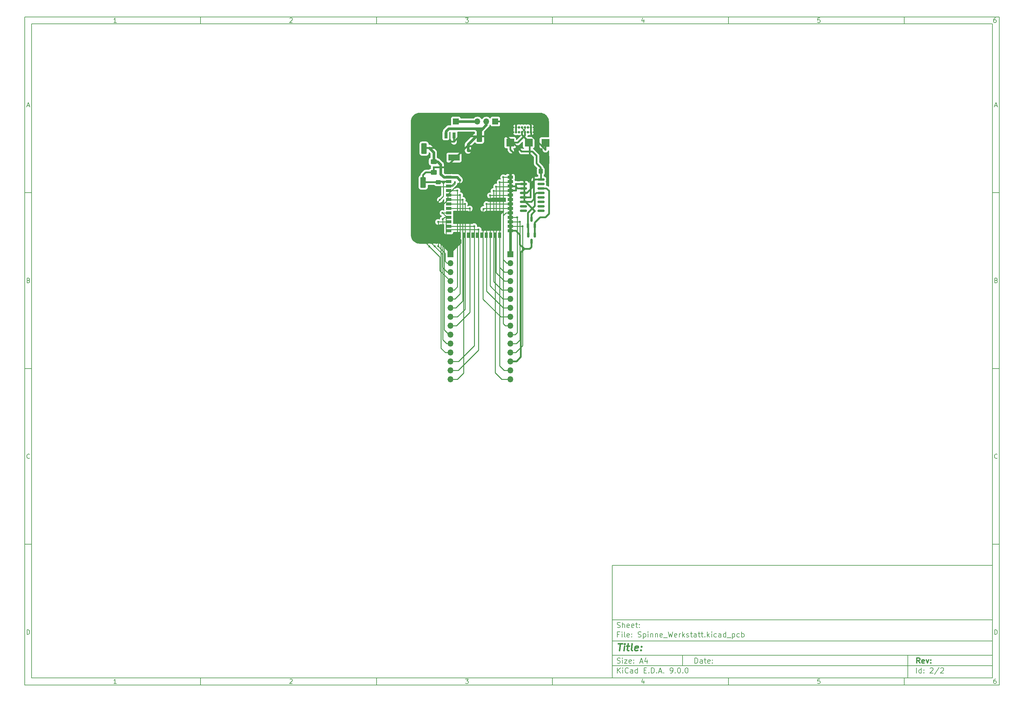
<source format=gbl>
G04 #@! TF.GenerationSoftware,KiCad,Pcbnew,9.0.0-9.0.0-2~ubuntu24.04.1*
G04 #@! TF.CreationDate,2025-04-22T13:06:13+02:00*
G04 #@! TF.ProjectId,Spinne_Werkstatt,5370696e-6e65-45f5-9765-726b73746174,rev?*
G04 #@! TF.SameCoordinates,Original*
G04 #@! TF.FileFunction,Copper,L2,Bot*
G04 #@! TF.FilePolarity,Positive*
%FSLAX46Y46*%
G04 Gerber Fmt 4.6, Leading zero omitted, Abs format (unit mm)*
G04 Created by KiCad (PCBNEW 9.0.0-9.0.0-2~ubuntu24.04.1) date 2025-04-22 13:06:13*
%MOMM*%
%LPD*%
G01*
G04 APERTURE LIST*
G04 Aperture macros list*
%AMRoundRect*
0 Rectangle with rounded corners*
0 $1 Rounding radius*
0 $2 $3 $4 $5 $6 $7 $8 $9 X,Y pos of 4 corners*
0 Add a 4 corners polygon primitive as box body*
4,1,4,$2,$3,$4,$5,$6,$7,$8,$9,$2,$3,0*
0 Add four circle primitives for the rounded corners*
1,1,$1+$1,$2,$3*
1,1,$1+$1,$4,$5*
1,1,$1+$1,$6,$7*
1,1,$1+$1,$8,$9*
0 Add four rect primitives between the rounded corners*
20,1,$1+$1,$2,$3,$4,$5,0*
20,1,$1+$1,$4,$5,$6,$7,0*
20,1,$1+$1,$6,$7,$8,$9,0*
20,1,$1+$1,$8,$9,$2,$3,0*%
G04 Aperture macros list end*
%ADD10C,0.100000*%
%ADD11C,0.150000*%
%ADD12C,0.300000*%
%ADD13C,0.400000*%
G04 #@! TA.AperFunction,ComponentPad*
%ADD14C,0.700000*%
G04 #@! TD*
G04 #@! TA.AperFunction,ComponentPad*
%ADD15O,0.900000X2.400000*%
G04 #@! TD*
G04 #@! TA.AperFunction,ComponentPad*
%ADD16O,0.900000X1.700000*%
G04 #@! TD*
G04 #@! TA.AperFunction,HeatsinkPad*
%ADD17C,0.600000*%
G04 #@! TD*
G04 #@! TA.AperFunction,ComponentPad*
%ADD18R,1.700000X1.700000*%
G04 #@! TD*
G04 #@! TA.AperFunction,ComponentPad*
%ADD19O,1.700000X1.700000*%
G04 #@! TD*
G04 #@! TA.AperFunction,ViaPad*
%ADD20C,0.600000*%
G04 #@! TD*
G04 #@! TA.AperFunction,Conductor*
%ADD21C,0.508000*%
G04 #@! TD*
G04 #@! TA.AperFunction,Conductor*
%ADD22C,0.254000*%
G04 #@! TD*
G04 #@! TA.AperFunction,Conductor*
%ADD23C,0.762000*%
G04 #@! TD*
G04 #@! TA.AperFunction,Conductor*
%ADD24C,0.299974*%
G04 #@! TD*
G04 #@! TA.AperFunction,SMDPad,CuDef*
%ADD25RoundRect,0.250000X0.550000X-1.250000X0.550000X1.250000X-0.550000X1.250000X-0.550000X-1.250000X0*%
G04 #@! TD*
G04 #@! TA.AperFunction,SMDPad,CuDef*
%ADD26RoundRect,0.250000X-0.475000X0.337500X-0.475000X-0.337500X0.475000X-0.337500X0.475000X0.337500X0*%
G04 #@! TD*
G04 #@! TA.AperFunction,SMDPad,CuDef*
%ADD27R,2.260000X2.160000*%
G04 #@! TD*
G04 #@! TA.AperFunction,SMDPad,CuDef*
%ADD28R,1.500000X0.900000*%
G04 #@! TD*
G04 #@! TA.AperFunction,SMDPad,CuDef*
%ADD29R,0.900000X1.500000*%
G04 #@! TD*
G04 #@! TA.AperFunction,SMDPad,CuDef*
%ADD30R,0.900000X0.900000*%
G04 #@! TD*
G04 #@! TA.AperFunction,SMDPad,CuDef*
%ADD31R,3.800000X3.800000*%
G04 #@! TD*
G04 #@! TA.AperFunction,SMDPad,CuDef*
%ADD32RoundRect,0.150000X-0.825000X-0.150000X0.825000X-0.150000X0.825000X0.150000X-0.825000X0.150000X0*%
G04 #@! TD*
G04 #@! TA.AperFunction,SMDPad,CuDef*
%ADD33RoundRect,0.150000X-0.150000X0.587500X-0.150000X-0.587500X0.150000X-0.587500X0.150000X0.587500X0*%
G04 #@! TD*
G04 #@! TA.AperFunction,SMDPad,CuDef*
%ADD34RoundRect,0.150000X0.150000X-0.587500X0.150000X0.587500X-0.150000X0.587500X-0.150000X-0.587500X0*%
G04 #@! TD*
G04 #@! TA.AperFunction,SMDPad,CuDef*
%ADD35RoundRect,0.250000X-0.550000X1.250000X-0.550000X-1.250000X0.550000X-1.250000X0.550000X1.250000X0*%
G04 #@! TD*
G04 #@! TA.AperFunction,SMDPad,CuDef*
%ADD36R,0.950000X1.750000*%
G04 #@! TD*
G04 #@! TA.AperFunction,SMDPad,CuDef*
%ADD37R,3.200000X1.750000*%
G04 #@! TD*
G04 #@! TA.AperFunction,SMDPad,CuDef*
%ADD38RoundRect,0.250000X0.337500X0.475000X-0.337500X0.475000X-0.337500X-0.475000X0.337500X-0.475000X0*%
G04 #@! TD*
G04 #@! TA.AperFunction,SMDPad,CuDef*
%ADD39RoundRect,0.250000X-0.625000X0.400000X-0.625000X-0.400000X0.625000X-0.400000X0.625000X0.400000X0*%
G04 #@! TD*
G04 #@! TA.AperFunction,Conductor*
%ADD40C,1.700000*%
G04 #@! TD*
G04 APERTURE END LIST*
D10*
D11*
X177002200Y-166007200D02*
X285002200Y-166007200D01*
X285002200Y-198007200D01*
X177002200Y-198007200D01*
X177002200Y-166007200D01*
D10*
D11*
X10000000Y-10000000D02*
X287002200Y-10000000D01*
X287002200Y-200007200D01*
X10000000Y-200007200D01*
X10000000Y-10000000D01*
D10*
D11*
X12000000Y-12000000D02*
X285002200Y-12000000D01*
X285002200Y-198007200D01*
X12000000Y-198007200D01*
X12000000Y-12000000D01*
D10*
D11*
X60000000Y-12000000D02*
X60000000Y-10000000D01*
D10*
D11*
X110000000Y-12000000D02*
X110000000Y-10000000D01*
D10*
D11*
X160000000Y-12000000D02*
X160000000Y-10000000D01*
D10*
D11*
X210000000Y-12000000D02*
X210000000Y-10000000D01*
D10*
D11*
X260000000Y-12000000D02*
X260000000Y-10000000D01*
D10*
D11*
X36089160Y-11593604D02*
X35346303Y-11593604D01*
X35717731Y-11593604D02*
X35717731Y-10293604D01*
X35717731Y-10293604D02*
X35593922Y-10479319D01*
X35593922Y-10479319D02*
X35470112Y-10603128D01*
X35470112Y-10603128D02*
X35346303Y-10665033D01*
D10*
D11*
X85346303Y-10417414D02*
X85408207Y-10355509D01*
X85408207Y-10355509D02*
X85532017Y-10293604D01*
X85532017Y-10293604D02*
X85841541Y-10293604D01*
X85841541Y-10293604D02*
X85965350Y-10355509D01*
X85965350Y-10355509D02*
X86027255Y-10417414D01*
X86027255Y-10417414D02*
X86089160Y-10541223D01*
X86089160Y-10541223D02*
X86089160Y-10665033D01*
X86089160Y-10665033D02*
X86027255Y-10850747D01*
X86027255Y-10850747D02*
X85284398Y-11593604D01*
X85284398Y-11593604D02*
X86089160Y-11593604D01*
D10*
D11*
X135284398Y-10293604D02*
X136089160Y-10293604D01*
X136089160Y-10293604D02*
X135655826Y-10788842D01*
X135655826Y-10788842D02*
X135841541Y-10788842D01*
X135841541Y-10788842D02*
X135965350Y-10850747D01*
X135965350Y-10850747D02*
X136027255Y-10912652D01*
X136027255Y-10912652D02*
X136089160Y-11036461D01*
X136089160Y-11036461D02*
X136089160Y-11345985D01*
X136089160Y-11345985D02*
X136027255Y-11469795D01*
X136027255Y-11469795D02*
X135965350Y-11531700D01*
X135965350Y-11531700D02*
X135841541Y-11593604D01*
X135841541Y-11593604D02*
X135470112Y-11593604D01*
X135470112Y-11593604D02*
X135346303Y-11531700D01*
X135346303Y-11531700D02*
X135284398Y-11469795D01*
D10*
D11*
X185965350Y-10726938D02*
X185965350Y-11593604D01*
X185655826Y-10231700D02*
X185346303Y-11160271D01*
X185346303Y-11160271D02*
X186151064Y-11160271D01*
D10*
D11*
X236027255Y-10293604D02*
X235408207Y-10293604D01*
X235408207Y-10293604D02*
X235346303Y-10912652D01*
X235346303Y-10912652D02*
X235408207Y-10850747D01*
X235408207Y-10850747D02*
X235532017Y-10788842D01*
X235532017Y-10788842D02*
X235841541Y-10788842D01*
X235841541Y-10788842D02*
X235965350Y-10850747D01*
X235965350Y-10850747D02*
X236027255Y-10912652D01*
X236027255Y-10912652D02*
X236089160Y-11036461D01*
X236089160Y-11036461D02*
X236089160Y-11345985D01*
X236089160Y-11345985D02*
X236027255Y-11469795D01*
X236027255Y-11469795D02*
X235965350Y-11531700D01*
X235965350Y-11531700D02*
X235841541Y-11593604D01*
X235841541Y-11593604D02*
X235532017Y-11593604D01*
X235532017Y-11593604D02*
X235408207Y-11531700D01*
X235408207Y-11531700D02*
X235346303Y-11469795D01*
D10*
D11*
X285965350Y-10293604D02*
X285717731Y-10293604D01*
X285717731Y-10293604D02*
X285593922Y-10355509D01*
X285593922Y-10355509D02*
X285532017Y-10417414D01*
X285532017Y-10417414D02*
X285408207Y-10603128D01*
X285408207Y-10603128D02*
X285346303Y-10850747D01*
X285346303Y-10850747D02*
X285346303Y-11345985D01*
X285346303Y-11345985D02*
X285408207Y-11469795D01*
X285408207Y-11469795D02*
X285470112Y-11531700D01*
X285470112Y-11531700D02*
X285593922Y-11593604D01*
X285593922Y-11593604D02*
X285841541Y-11593604D01*
X285841541Y-11593604D02*
X285965350Y-11531700D01*
X285965350Y-11531700D02*
X286027255Y-11469795D01*
X286027255Y-11469795D02*
X286089160Y-11345985D01*
X286089160Y-11345985D02*
X286089160Y-11036461D01*
X286089160Y-11036461D02*
X286027255Y-10912652D01*
X286027255Y-10912652D02*
X285965350Y-10850747D01*
X285965350Y-10850747D02*
X285841541Y-10788842D01*
X285841541Y-10788842D02*
X285593922Y-10788842D01*
X285593922Y-10788842D02*
X285470112Y-10850747D01*
X285470112Y-10850747D02*
X285408207Y-10912652D01*
X285408207Y-10912652D02*
X285346303Y-11036461D01*
D10*
D11*
X60000000Y-198007200D02*
X60000000Y-200007200D01*
D10*
D11*
X110000000Y-198007200D02*
X110000000Y-200007200D01*
D10*
D11*
X160000000Y-198007200D02*
X160000000Y-200007200D01*
D10*
D11*
X210000000Y-198007200D02*
X210000000Y-200007200D01*
D10*
D11*
X260000000Y-198007200D02*
X260000000Y-200007200D01*
D10*
D11*
X36089160Y-199600804D02*
X35346303Y-199600804D01*
X35717731Y-199600804D02*
X35717731Y-198300804D01*
X35717731Y-198300804D02*
X35593922Y-198486519D01*
X35593922Y-198486519D02*
X35470112Y-198610328D01*
X35470112Y-198610328D02*
X35346303Y-198672233D01*
D10*
D11*
X85346303Y-198424614D02*
X85408207Y-198362709D01*
X85408207Y-198362709D02*
X85532017Y-198300804D01*
X85532017Y-198300804D02*
X85841541Y-198300804D01*
X85841541Y-198300804D02*
X85965350Y-198362709D01*
X85965350Y-198362709D02*
X86027255Y-198424614D01*
X86027255Y-198424614D02*
X86089160Y-198548423D01*
X86089160Y-198548423D02*
X86089160Y-198672233D01*
X86089160Y-198672233D02*
X86027255Y-198857947D01*
X86027255Y-198857947D02*
X85284398Y-199600804D01*
X85284398Y-199600804D02*
X86089160Y-199600804D01*
D10*
D11*
X135284398Y-198300804D02*
X136089160Y-198300804D01*
X136089160Y-198300804D02*
X135655826Y-198796042D01*
X135655826Y-198796042D02*
X135841541Y-198796042D01*
X135841541Y-198796042D02*
X135965350Y-198857947D01*
X135965350Y-198857947D02*
X136027255Y-198919852D01*
X136027255Y-198919852D02*
X136089160Y-199043661D01*
X136089160Y-199043661D02*
X136089160Y-199353185D01*
X136089160Y-199353185D02*
X136027255Y-199476995D01*
X136027255Y-199476995D02*
X135965350Y-199538900D01*
X135965350Y-199538900D02*
X135841541Y-199600804D01*
X135841541Y-199600804D02*
X135470112Y-199600804D01*
X135470112Y-199600804D02*
X135346303Y-199538900D01*
X135346303Y-199538900D02*
X135284398Y-199476995D01*
D10*
D11*
X185965350Y-198734138D02*
X185965350Y-199600804D01*
X185655826Y-198238900D02*
X185346303Y-199167471D01*
X185346303Y-199167471D02*
X186151064Y-199167471D01*
D10*
D11*
X236027255Y-198300804D02*
X235408207Y-198300804D01*
X235408207Y-198300804D02*
X235346303Y-198919852D01*
X235346303Y-198919852D02*
X235408207Y-198857947D01*
X235408207Y-198857947D02*
X235532017Y-198796042D01*
X235532017Y-198796042D02*
X235841541Y-198796042D01*
X235841541Y-198796042D02*
X235965350Y-198857947D01*
X235965350Y-198857947D02*
X236027255Y-198919852D01*
X236027255Y-198919852D02*
X236089160Y-199043661D01*
X236089160Y-199043661D02*
X236089160Y-199353185D01*
X236089160Y-199353185D02*
X236027255Y-199476995D01*
X236027255Y-199476995D02*
X235965350Y-199538900D01*
X235965350Y-199538900D02*
X235841541Y-199600804D01*
X235841541Y-199600804D02*
X235532017Y-199600804D01*
X235532017Y-199600804D02*
X235408207Y-199538900D01*
X235408207Y-199538900D02*
X235346303Y-199476995D01*
D10*
D11*
X285965350Y-198300804D02*
X285717731Y-198300804D01*
X285717731Y-198300804D02*
X285593922Y-198362709D01*
X285593922Y-198362709D02*
X285532017Y-198424614D01*
X285532017Y-198424614D02*
X285408207Y-198610328D01*
X285408207Y-198610328D02*
X285346303Y-198857947D01*
X285346303Y-198857947D02*
X285346303Y-199353185D01*
X285346303Y-199353185D02*
X285408207Y-199476995D01*
X285408207Y-199476995D02*
X285470112Y-199538900D01*
X285470112Y-199538900D02*
X285593922Y-199600804D01*
X285593922Y-199600804D02*
X285841541Y-199600804D01*
X285841541Y-199600804D02*
X285965350Y-199538900D01*
X285965350Y-199538900D02*
X286027255Y-199476995D01*
X286027255Y-199476995D02*
X286089160Y-199353185D01*
X286089160Y-199353185D02*
X286089160Y-199043661D01*
X286089160Y-199043661D02*
X286027255Y-198919852D01*
X286027255Y-198919852D02*
X285965350Y-198857947D01*
X285965350Y-198857947D02*
X285841541Y-198796042D01*
X285841541Y-198796042D02*
X285593922Y-198796042D01*
X285593922Y-198796042D02*
X285470112Y-198857947D01*
X285470112Y-198857947D02*
X285408207Y-198919852D01*
X285408207Y-198919852D02*
X285346303Y-199043661D01*
D10*
D11*
X10000000Y-60000000D02*
X12000000Y-60000000D01*
D10*
D11*
X10000000Y-110000000D02*
X12000000Y-110000000D01*
D10*
D11*
X10000000Y-160000000D02*
X12000000Y-160000000D01*
D10*
D11*
X10690476Y-35222176D02*
X11309523Y-35222176D01*
X10566666Y-35593604D02*
X10999999Y-34293604D01*
X10999999Y-34293604D02*
X11433333Y-35593604D01*
D10*
D11*
X11092857Y-84912652D02*
X11278571Y-84974557D01*
X11278571Y-84974557D02*
X11340476Y-85036461D01*
X11340476Y-85036461D02*
X11402380Y-85160271D01*
X11402380Y-85160271D02*
X11402380Y-85345985D01*
X11402380Y-85345985D02*
X11340476Y-85469795D01*
X11340476Y-85469795D02*
X11278571Y-85531700D01*
X11278571Y-85531700D02*
X11154761Y-85593604D01*
X11154761Y-85593604D02*
X10659523Y-85593604D01*
X10659523Y-85593604D02*
X10659523Y-84293604D01*
X10659523Y-84293604D02*
X11092857Y-84293604D01*
X11092857Y-84293604D02*
X11216666Y-84355509D01*
X11216666Y-84355509D02*
X11278571Y-84417414D01*
X11278571Y-84417414D02*
X11340476Y-84541223D01*
X11340476Y-84541223D02*
X11340476Y-84665033D01*
X11340476Y-84665033D02*
X11278571Y-84788842D01*
X11278571Y-84788842D02*
X11216666Y-84850747D01*
X11216666Y-84850747D02*
X11092857Y-84912652D01*
X11092857Y-84912652D02*
X10659523Y-84912652D01*
D10*
D11*
X11402380Y-135469795D02*
X11340476Y-135531700D01*
X11340476Y-135531700D02*
X11154761Y-135593604D01*
X11154761Y-135593604D02*
X11030952Y-135593604D01*
X11030952Y-135593604D02*
X10845238Y-135531700D01*
X10845238Y-135531700D02*
X10721428Y-135407890D01*
X10721428Y-135407890D02*
X10659523Y-135284080D01*
X10659523Y-135284080D02*
X10597619Y-135036461D01*
X10597619Y-135036461D02*
X10597619Y-134850747D01*
X10597619Y-134850747D02*
X10659523Y-134603128D01*
X10659523Y-134603128D02*
X10721428Y-134479319D01*
X10721428Y-134479319D02*
X10845238Y-134355509D01*
X10845238Y-134355509D02*
X11030952Y-134293604D01*
X11030952Y-134293604D02*
X11154761Y-134293604D01*
X11154761Y-134293604D02*
X11340476Y-134355509D01*
X11340476Y-134355509D02*
X11402380Y-134417414D01*
D10*
D11*
X10659523Y-185593604D02*
X10659523Y-184293604D01*
X10659523Y-184293604D02*
X10969047Y-184293604D01*
X10969047Y-184293604D02*
X11154761Y-184355509D01*
X11154761Y-184355509D02*
X11278571Y-184479319D01*
X11278571Y-184479319D02*
X11340476Y-184603128D01*
X11340476Y-184603128D02*
X11402380Y-184850747D01*
X11402380Y-184850747D02*
X11402380Y-185036461D01*
X11402380Y-185036461D02*
X11340476Y-185284080D01*
X11340476Y-185284080D02*
X11278571Y-185407890D01*
X11278571Y-185407890D02*
X11154761Y-185531700D01*
X11154761Y-185531700D02*
X10969047Y-185593604D01*
X10969047Y-185593604D02*
X10659523Y-185593604D01*
D10*
D11*
X287002200Y-60000000D02*
X285002200Y-60000000D01*
D10*
D11*
X287002200Y-110000000D02*
X285002200Y-110000000D01*
D10*
D11*
X287002200Y-160000000D02*
X285002200Y-160000000D01*
D10*
D11*
X285692676Y-35222176D02*
X286311723Y-35222176D01*
X285568866Y-35593604D02*
X286002199Y-34293604D01*
X286002199Y-34293604D02*
X286435533Y-35593604D01*
D10*
D11*
X286095057Y-84912652D02*
X286280771Y-84974557D01*
X286280771Y-84974557D02*
X286342676Y-85036461D01*
X286342676Y-85036461D02*
X286404580Y-85160271D01*
X286404580Y-85160271D02*
X286404580Y-85345985D01*
X286404580Y-85345985D02*
X286342676Y-85469795D01*
X286342676Y-85469795D02*
X286280771Y-85531700D01*
X286280771Y-85531700D02*
X286156961Y-85593604D01*
X286156961Y-85593604D02*
X285661723Y-85593604D01*
X285661723Y-85593604D02*
X285661723Y-84293604D01*
X285661723Y-84293604D02*
X286095057Y-84293604D01*
X286095057Y-84293604D02*
X286218866Y-84355509D01*
X286218866Y-84355509D02*
X286280771Y-84417414D01*
X286280771Y-84417414D02*
X286342676Y-84541223D01*
X286342676Y-84541223D02*
X286342676Y-84665033D01*
X286342676Y-84665033D02*
X286280771Y-84788842D01*
X286280771Y-84788842D02*
X286218866Y-84850747D01*
X286218866Y-84850747D02*
X286095057Y-84912652D01*
X286095057Y-84912652D02*
X285661723Y-84912652D01*
D10*
D11*
X286404580Y-135469795D02*
X286342676Y-135531700D01*
X286342676Y-135531700D02*
X286156961Y-135593604D01*
X286156961Y-135593604D02*
X286033152Y-135593604D01*
X286033152Y-135593604D02*
X285847438Y-135531700D01*
X285847438Y-135531700D02*
X285723628Y-135407890D01*
X285723628Y-135407890D02*
X285661723Y-135284080D01*
X285661723Y-135284080D02*
X285599819Y-135036461D01*
X285599819Y-135036461D02*
X285599819Y-134850747D01*
X285599819Y-134850747D02*
X285661723Y-134603128D01*
X285661723Y-134603128D02*
X285723628Y-134479319D01*
X285723628Y-134479319D02*
X285847438Y-134355509D01*
X285847438Y-134355509D02*
X286033152Y-134293604D01*
X286033152Y-134293604D02*
X286156961Y-134293604D01*
X286156961Y-134293604D02*
X286342676Y-134355509D01*
X286342676Y-134355509D02*
X286404580Y-134417414D01*
D10*
D11*
X285661723Y-185593604D02*
X285661723Y-184293604D01*
X285661723Y-184293604D02*
X285971247Y-184293604D01*
X285971247Y-184293604D02*
X286156961Y-184355509D01*
X286156961Y-184355509D02*
X286280771Y-184479319D01*
X286280771Y-184479319D02*
X286342676Y-184603128D01*
X286342676Y-184603128D02*
X286404580Y-184850747D01*
X286404580Y-184850747D02*
X286404580Y-185036461D01*
X286404580Y-185036461D02*
X286342676Y-185284080D01*
X286342676Y-185284080D02*
X286280771Y-185407890D01*
X286280771Y-185407890D02*
X286156961Y-185531700D01*
X286156961Y-185531700D02*
X285971247Y-185593604D01*
X285971247Y-185593604D02*
X285661723Y-185593604D01*
D10*
D11*
X200458026Y-193793328D02*
X200458026Y-192293328D01*
X200458026Y-192293328D02*
X200815169Y-192293328D01*
X200815169Y-192293328D02*
X201029455Y-192364757D01*
X201029455Y-192364757D02*
X201172312Y-192507614D01*
X201172312Y-192507614D02*
X201243741Y-192650471D01*
X201243741Y-192650471D02*
X201315169Y-192936185D01*
X201315169Y-192936185D02*
X201315169Y-193150471D01*
X201315169Y-193150471D02*
X201243741Y-193436185D01*
X201243741Y-193436185D02*
X201172312Y-193579042D01*
X201172312Y-193579042D02*
X201029455Y-193721900D01*
X201029455Y-193721900D02*
X200815169Y-193793328D01*
X200815169Y-193793328D02*
X200458026Y-193793328D01*
X202600884Y-193793328D02*
X202600884Y-193007614D01*
X202600884Y-193007614D02*
X202529455Y-192864757D01*
X202529455Y-192864757D02*
X202386598Y-192793328D01*
X202386598Y-192793328D02*
X202100884Y-192793328D01*
X202100884Y-192793328D02*
X201958026Y-192864757D01*
X202600884Y-193721900D02*
X202458026Y-193793328D01*
X202458026Y-193793328D02*
X202100884Y-193793328D01*
X202100884Y-193793328D02*
X201958026Y-193721900D01*
X201958026Y-193721900D02*
X201886598Y-193579042D01*
X201886598Y-193579042D02*
X201886598Y-193436185D01*
X201886598Y-193436185D02*
X201958026Y-193293328D01*
X201958026Y-193293328D02*
X202100884Y-193221900D01*
X202100884Y-193221900D02*
X202458026Y-193221900D01*
X202458026Y-193221900D02*
X202600884Y-193150471D01*
X203100884Y-192793328D02*
X203672312Y-192793328D01*
X203315169Y-192293328D02*
X203315169Y-193579042D01*
X203315169Y-193579042D02*
X203386598Y-193721900D01*
X203386598Y-193721900D02*
X203529455Y-193793328D01*
X203529455Y-193793328D02*
X203672312Y-193793328D01*
X204743741Y-193721900D02*
X204600884Y-193793328D01*
X204600884Y-193793328D02*
X204315170Y-193793328D01*
X204315170Y-193793328D02*
X204172312Y-193721900D01*
X204172312Y-193721900D02*
X204100884Y-193579042D01*
X204100884Y-193579042D02*
X204100884Y-193007614D01*
X204100884Y-193007614D02*
X204172312Y-192864757D01*
X204172312Y-192864757D02*
X204315170Y-192793328D01*
X204315170Y-192793328D02*
X204600884Y-192793328D01*
X204600884Y-192793328D02*
X204743741Y-192864757D01*
X204743741Y-192864757D02*
X204815170Y-193007614D01*
X204815170Y-193007614D02*
X204815170Y-193150471D01*
X204815170Y-193150471D02*
X204100884Y-193293328D01*
X205458026Y-193650471D02*
X205529455Y-193721900D01*
X205529455Y-193721900D02*
X205458026Y-193793328D01*
X205458026Y-193793328D02*
X205386598Y-193721900D01*
X205386598Y-193721900D02*
X205458026Y-193650471D01*
X205458026Y-193650471D02*
X205458026Y-193793328D01*
X205458026Y-192864757D02*
X205529455Y-192936185D01*
X205529455Y-192936185D02*
X205458026Y-193007614D01*
X205458026Y-193007614D02*
X205386598Y-192936185D01*
X205386598Y-192936185D02*
X205458026Y-192864757D01*
X205458026Y-192864757D02*
X205458026Y-193007614D01*
D10*
D11*
X177002200Y-194507200D02*
X285002200Y-194507200D01*
D10*
D11*
X178458026Y-196593328D02*
X178458026Y-195093328D01*
X179315169Y-196593328D02*
X178672312Y-195736185D01*
X179315169Y-195093328D02*
X178458026Y-195950471D01*
X179958026Y-196593328D02*
X179958026Y-195593328D01*
X179958026Y-195093328D02*
X179886598Y-195164757D01*
X179886598Y-195164757D02*
X179958026Y-195236185D01*
X179958026Y-195236185D02*
X180029455Y-195164757D01*
X180029455Y-195164757D02*
X179958026Y-195093328D01*
X179958026Y-195093328D02*
X179958026Y-195236185D01*
X181529455Y-196450471D02*
X181458027Y-196521900D01*
X181458027Y-196521900D02*
X181243741Y-196593328D01*
X181243741Y-196593328D02*
X181100884Y-196593328D01*
X181100884Y-196593328D02*
X180886598Y-196521900D01*
X180886598Y-196521900D02*
X180743741Y-196379042D01*
X180743741Y-196379042D02*
X180672312Y-196236185D01*
X180672312Y-196236185D02*
X180600884Y-195950471D01*
X180600884Y-195950471D02*
X180600884Y-195736185D01*
X180600884Y-195736185D02*
X180672312Y-195450471D01*
X180672312Y-195450471D02*
X180743741Y-195307614D01*
X180743741Y-195307614D02*
X180886598Y-195164757D01*
X180886598Y-195164757D02*
X181100884Y-195093328D01*
X181100884Y-195093328D02*
X181243741Y-195093328D01*
X181243741Y-195093328D02*
X181458027Y-195164757D01*
X181458027Y-195164757D02*
X181529455Y-195236185D01*
X182815170Y-196593328D02*
X182815170Y-195807614D01*
X182815170Y-195807614D02*
X182743741Y-195664757D01*
X182743741Y-195664757D02*
X182600884Y-195593328D01*
X182600884Y-195593328D02*
X182315170Y-195593328D01*
X182315170Y-195593328D02*
X182172312Y-195664757D01*
X182815170Y-196521900D02*
X182672312Y-196593328D01*
X182672312Y-196593328D02*
X182315170Y-196593328D01*
X182315170Y-196593328D02*
X182172312Y-196521900D01*
X182172312Y-196521900D02*
X182100884Y-196379042D01*
X182100884Y-196379042D02*
X182100884Y-196236185D01*
X182100884Y-196236185D02*
X182172312Y-196093328D01*
X182172312Y-196093328D02*
X182315170Y-196021900D01*
X182315170Y-196021900D02*
X182672312Y-196021900D01*
X182672312Y-196021900D02*
X182815170Y-195950471D01*
X184172313Y-196593328D02*
X184172313Y-195093328D01*
X184172313Y-196521900D02*
X184029455Y-196593328D01*
X184029455Y-196593328D02*
X183743741Y-196593328D01*
X183743741Y-196593328D02*
X183600884Y-196521900D01*
X183600884Y-196521900D02*
X183529455Y-196450471D01*
X183529455Y-196450471D02*
X183458027Y-196307614D01*
X183458027Y-196307614D02*
X183458027Y-195879042D01*
X183458027Y-195879042D02*
X183529455Y-195736185D01*
X183529455Y-195736185D02*
X183600884Y-195664757D01*
X183600884Y-195664757D02*
X183743741Y-195593328D01*
X183743741Y-195593328D02*
X184029455Y-195593328D01*
X184029455Y-195593328D02*
X184172313Y-195664757D01*
X186029455Y-195807614D02*
X186529455Y-195807614D01*
X186743741Y-196593328D02*
X186029455Y-196593328D01*
X186029455Y-196593328D02*
X186029455Y-195093328D01*
X186029455Y-195093328D02*
X186743741Y-195093328D01*
X187386598Y-196450471D02*
X187458027Y-196521900D01*
X187458027Y-196521900D02*
X187386598Y-196593328D01*
X187386598Y-196593328D02*
X187315170Y-196521900D01*
X187315170Y-196521900D02*
X187386598Y-196450471D01*
X187386598Y-196450471D02*
X187386598Y-196593328D01*
X188100884Y-196593328D02*
X188100884Y-195093328D01*
X188100884Y-195093328D02*
X188458027Y-195093328D01*
X188458027Y-195093328D02*
X188672313Y-195164757D01*
X188672313Y-195164757D02*
X188815170Y-195307614D01*
X188815170Y-195307614D02*
X188886599Y-195450471D01*
X188886599Y-195450471D02*
X188958027Y-195736185D01*
X188958027Y-195736185D02*
X188958027Y-195950471D01*
X188958027Y-195950471D02*
X188886599Y-196236185D01*
X188886599Y-196236185D02*
X188815170Y-196379042D01*
X188815170Y-196379042D02*
X188672313Y-196521900D01*
X188672313Y-196521900D02*
X188458027Y-196593328D01*
X188458027Y-196593328D02*
X188100884Y-196593328D01*
X189600884Y-196450471D02*
X189672313Y-196521900D01*
X189672313Y-196521900D02*
X189600884Y-196593328D01*
X189600884Y-196593328D02*
X189529456Y-196521900D01*
X189529456Y-196521900D02*
X189600884Y-196450471D01*
X189600884Y-196450471D02*
X189600884Y-196593328D01*
X190243742Y-196164757D02*
X190958028Y-196164757D01*
X190100885Y-196593328D02*
X190600885Y-195093328D01*
X190600885Y-195093328D02*
X191100885Y-196593328D01*
X191600884Y-196450471D02*
X191672313Y-196521900D01*
X191672313Y-196521900D02*
X191600884Y-196593328D01*
X191600884Y-196593328D02*
X191529456Y-196521900D01*
X191529456Y-196521900D02*
X191600884Y-196450471D01*
X191600884Y-196450471D02*
X191600884Y-196593328D01*
X193529456Y-196593328D02*
X193815170Y-196593328D01*
X193815170Y-196593328D02*
X193958027Y-196521900D01*
X193958027Y-196521900D02*
X194029456Y-196450471D01*
X194029456Y-196450471D02*
X194172313Y-196236185D01*
X194172313Y-196236185D02*
X194243742Y-195950471D01*
X194243742Y-195950471D02*
X194243742Y-195379042D01*
X194243742Y-195379042D02*
X194172313Y-195236185D01*
X194172313Y-195236185D02*
X194100885Y-195164757D01*
X194100885Y-195164757D02*
X193958027Y-195093328D01*
X193958027Y-195093328D02*
X193672313Y-195093328D01*
X193672313Y-195093328D02*
X193529456Y-195164757D01*
X193529456Y-195164757D02*
X193458027Y-195236185D01*
X193458027Y-195236185D02*
X193386599Y-195379042D01*
X193386599Y-195379042D02*
X193386599Y-195736185D01*
X193386599Y-195736185D02*
X193458027Y-195879042D01*
X193458027Y-195879042D02*
X193529456Y-195950471D01*
X193529456Y-195950471D02*
X193672313Y-196021900D01*
X193672313Y-196021900D02*
X193958027Y-196021900D01*
X193958027Y-196021900D02*
X194100885Y-195950471D01*
X194100885Y-195950471D02*
X194172313Y-195879042D01*
X194172313Y-195879042D02*
X194243742Y-195736185D01*
X194886598Y-196450471D02*
X194958027Y-196521900D01*
X194958027Y-196521900D02*
X194886598Y-196593328D01*
X194886598Y-196593328D02*
X194815170Y-196521900D01*
X194815170Y-196521900D02*
X194886598Y-196450471D01*
X194886598Y-196450471D02*
X194886598Y-196593328D01*
X195886599Y-195093328D02*
X196029456Y-195093328D01*
X196029456Y-195093328D02*
X196172313Y-195164757D01*
X196172313Y-195164757D02*
X196243742Y-195236185D01*
X196243742Y-195236185D02*
X196315170Y-195379042D01*
X196315170Y-195379042D02*
X196386599Y-195664757D01*
X196386599Y-195664757D02*
X196386599Y-196021900D01*
X196386599Y-196021900D02*
X196315170Y-196307614D01*
X196315170Y-196307614D02*
X196243742Y-196450471D01*
X196243742Y-196450471D02*
X196172313Y-196521900D01*
X196172313Y-196521900D02*
X196029456Y-196593328D01*
X196029456Y-196593328D02*
X195886599Y-196593328D01*
X195886599Y-196593328D02*
X195743742Y-196521900D01*
X195743742Y-196521900D02*
X195672313Y-196450471D01*
X195672313Y-196450471D02*
X195600884Y-196307614D01*
X195600884Y-196307614D02*
X195529456Y-196021900D01*
X195529456Y-196021900D02*
X195529456Y-195664757D01*
X195529456Y-195664757D02*
X195600884Y-195379042D01*
X195600884Y-195379042D02*
X195672313Y-195236185D01*
X195672313Y-195236185D02*
X195743742Y-195164757D01*
X195743742Y-195164757D02*
X195886599Y-195093328D01*
X197029455Y-196450471D02*
X197100884Y-196521900D01*
X197100884Y-196521900D02*
X197029455Y-196593328D01*
X197029455Y-196593328D02*
X196958027Y-196521900D01*
X196958027Y-196521900D02*
X197029455Y-196450471D01*
X197029455Y-196450471D02*
X197029455Y-196593328D01*
X198029456Y-195093328D02*
X198172313Y-195093328D01*
X198172313Y-195093328D02*
X198315170Y-195164757D01*
X198315170Y-195164757D02*
X198386599Y-195236185D01*
X198386599Y-195236185D02*
X198458027Y-195379042D01*
X198458027Y-195379042D02*
X198529456Y-195664757D01*
X198529456Y-195664757D02*
X198529456Y-196021900D01*
X198529456Y-196021900D02*
X198458027Y-196307614D01*
X198458027Y-196307614D02*
X198386599Y-196450471D01*
X198386599Y-196450471D02*
X198315170Y-196521900D01*
X198315170Y-196521900D02*
X198172313Y-196593328D01*
X198172313Y-196593328D02*
X198029456Y-196593328D01*
X198029456Y-196593328D02*
X197886599Y-196521900D01*
X197886599Y-196521900D02*
X197815170Y-196450471D01*
X197815170Y-196450471D02*
X197743741Y-196307614D01*
X197743741Y-196307614D02*
X197672313Y-196021900D01*
X197672313Y-196021900D02*
X197672313Y-195664757D01*
X197672313Y-195664757D02*
X197743741Y-195379042D01*
X197743741Y-195379042D02*
X197815170Y-195236185D01*
X197815170Y-195236185D02*
X197886599Y-195164757D01*
X197886599Y-195164757D02*
X198029456Y-195093328D01*
D10*
D11*
X177002200Y-191507200D02*
X285002200Y-191507200D01*
D10*
D12*
X264413853Y-193785528D02*
X263913853Y-193071242D01*
X263556710Y-193785528D02*
X263556710Y-192285528D01*
X263556710Y-192285528D02*
X264128139Y-192285528D01*
X264128139Y-192285528D02*
X264270996Y-192356957D01*
X264270996Y-192356957D02*
X264342425Y-192428385D01*
X264342425Y-192428385D02*
X264413853Y-192571242D01*
X264413853Y-192571242D02*
X264413853Y-192785528D01*
X264413853Y-192785528D02*
X264342425Y-192928385D01*
X264342425Y-192928385D02*
X264270996Y-192999814D01*
X264270996Y-192999814D02*
X264128139Y-193071242D01*
X264128139Y-193071242D02*
X263556710Y-193071242D01*
X265628139Y-193714100D02*
X265485282Y-193785528D01*
X265485282Y-193785528D02*
X265199568Y-193785528D01*
X265199568Y-193785528D02*
X265056710Y-193714100D01*
X265056710Y-193714100D02*
X264985282Y-193571242D01*
X264985282Y-193571242D02*
X264985282Y-192999814D01*
X264985282Y-192999814D02*
X265056710Y-192856957D01*
X265056710Y-192856957D02*
X265199568Y-192785528D01*
X265199568Y-192785528D02*
X265485282Y-192785528D01*
X265485282Y-192785528D02*
X265628139Y-192856957D01*
X265628139Y-192856957D02*
X265699568Y-192999814D01*
X265699568Y-192999814D02*
X265699568Y-193142671D01*
X265699568Y-193142671D02*
X264985282Y-193285528D01*
X266199567Y-192785528D02*
X266556710Y-193785528D01*
X266556710Y-193785528D02*
X266913853Y-192785528D01*
X267485281Y-193642671D02*
X267556710Y-193714100D01*
X267556710Y-193714100D02*
X267485281Y-193785528D01*
X267485281Y-193785528D02*
X267413853Y-193714100D01*
X267413853Y-193714100D02*
X267485281Y-193642671D01*
X267485281Y-193642671D02*
X267485281Y-193785528D01*
X267485281Y-192856957D02*
X267556710Y-192928385D01*
X267556710Y-192928385D02*
X267485281Y-192999814D01*
X267485281Y-192999814D02*
X267413853Y-192928385D01*
X267413853Y-192928385D02*
X267485281Y-192856957D01*
X267485281Y-192856957D02*
X267485281Y-192999814D01*
D10*
D11*
X178386598Y-193721900D02*
X178600884Y-193793328D01*
X178600884Y-193793328D02*
X178958026Y-193793328D01*
X178958026Y-193793328D02*
X179100884Y-193721900D01*
X179100884Y-193721900D02*
X179172312Y-193650471D01*
X179172312Y-193650471D02*
X179243741Y-193507614D01*
X179243741Y-193507614D02*
X179243741Y-193364757D01*
X179243741Y-193364757D02*
X179172312Y-193221900D01*
X179172312Y-193221900D02*
X179100884Y-193150471D01*
X179100884Y-193150471D02*
X178958026Y-193079042D01*
X178958026Y-193079042D02*
X178672312Y-193007614D01*
X178672312Y-193007614D02*
X178529455Y-192936185D01*
X178529455Y-192936185D02*
X178458026Y-192864757D01*
X178458026Y-192864757D02*
X178386598Y-192721900D01*
X178386598Y-192721900D02*
X178386598Y-192579042D01*
X178386598Y-192579042D02*
X178458026Y-192436185D01*
X178458026Y-192436185D02*
X178529455Y-192364757D01*
X178529455Y-192364757D02*
X178672312Y-192293328D01*
X178672312Y-192293328D02*
X179029455Y-192293328D01*
X179029455Y-192293328D02*
X179243741Y-192364757D01*
X179886597Y-193793328D02*
X179886597Y-192793328D01*
X179886597Y-192293328D02*
X179815169Y-192364757D01*
X179815169Y-192364757D02*
X179886597Y-192436185D01*
X179886597Y-192436185D02*
X179958026Y-192364757D01*
X179958026Y-192364757D02*
X179886597Y-192293328D01*
X179886597Y-192293328D02*
X179886597Y-192436185D01*
X180458026Y-192793328D02*
X181243741Y-192793328D01*
X181243741Y-192793328D02*
X180458026Y-193793328D01*
X180458026Y-193793328D02*
X181243741Y-193793328D01*
X182386598Y-193721900D02*
X182243741Y-193793328D01*
X182243741Y-193793328D02*
X181958027Y-193793328D01*
X181958027Y-193793328D02*
X181815169Y-193721900D01*
X181815169Y-193721900D02*
X181743741Y-193579042D01*
X181743741Y-193579042D02*
X181743741Y-193007614D01*
X181743741Y-193007614D02*
X181815169Y-192864757D01*
X181815169Y-192864757D02*
X181958027Y-192793328D01*
X181958027Y-192793328D02*
X182243741Y-192793328D01*
X182243741Y-192793328D02*
X182386598Y-192864757D01*
X182386598Y-192864757D02*
X182458027Y-193007614D01*
X182458027Y-193007614D02*
X182458027Y-193150471D01*
X182458027Y-193150471D02*
X181743741Y-193293328D01*
X183100883Y-193650471D02*
X183172312Y-193721900D01*
X183172312Y-193721900D02*
X183100883Y-193793328D01*
X183100883Y-193793328D02*
X183029455Y-193721900D01*
X183029455Y-193721900D02*
X183100883Y-193650471D01*
X183100883Y-193650471D02*
X183100883Y-193793328D01*
X183100883Y-192864757D02*
X183172312Y-192936185D01*
X183172312Y-192936185D02*
X183100883Y-193007614D01*
X183100883Y-193007614D02*
X183029455Y-192936185D01*
X183029455Y-192936185D02*
X183100883Y-192864757D01*
X183100883Y-192864757D02*
X183100883Y-193007614D01*
X184886598Y-193364757D02*
X185600884Y-193364757D01*
X184743741Y-193793328D02*
X185243741Y-192293328D01*
X185243741Y-192293328D02*
X185743741Y-193793328D01*
X186886598Y-192793328D02*
X186886598Y-193793328D01*
X186529455Y-192221900D02*
X186172312Y-193293328D01*
X186172312Y-193293328D02*
X187100883Y-193293328D01*
D10*
D11*
X263458026Y-196593328D02*
X263458026Y-195093328D01*
X264815170Y-196593328D02*
X264815170Y-195093328D01*
X264815170Y-196521900D02*
X264672312Y-196593328D01*
X264672312Y-196593328D02*
X264386598Y-196593328D01*
X264386598Y-196593328D02*
X264243741Y-196521900D01*
X264243741Y-196521900D02*
X264172312Y-196450471D01*
X264172312Y-196450471D02*
X264100884Y-196307614D01*
X264100884Y-196307614D02*
X264100884Y-195879042D01*
X264100884Y-195879042D02*
X264172312Y-195736185D01*
X264172312Y-195736185D02*
X264243741Y-195664757D01*
X264243741Y-195664757D02*
X264386598Y-195593328D01*
X264386598Y-195593328D02*
X264672312Y-195593328D01*
X264672312Y-195593328D02*
X264815170Y-195664757D01*
X265529455Y-196450471D02*
X265600884Y-196521900D01*
X265600884Y-196521900D02*
X265529455Y-196593328D01*
X265529455Y-196593328D02*
X265458027Y-196521900D01*
X265458027Y-196521900D02*
X265529455Y-196450471D01*
X265529455Y-196450471D02*
X265529455Y-196593328D01*
X265529455Y-195664757D02*
X265600884Y-195736185D01*
X265600884Y-195736185D02*
X265529455Y-195807614D01*
X265529455Y-195807614D02*
X265458027Y-195736185D01*
X265458027Y-195736185D02*
X265529455Y-195664757D01*
X265529455Y-195664757D02*
X265529455Y-195807614D01*
X267315170Y-195236185D02*
X267386598Y-195164757D01*
X267386598Y-195164757D02*
X267529456Y-195093328D01*
X267529456Y-195093328D02*
X267886598Y-195093328D01*
X267886598Y-195093328D02*
X268029456Y-195164757D01*
X268029456Y-195164757D02*
X268100884Y-195236185D01*
X268100884Y-195236185D02*
X268172313Y-195379042D01*
X268172313Y-195379042D02*
X268172313Y-195521900D01*
X268172313Y-195521900D02*
X268100884Y-195736185D01*
X268100884Y-195736185D02*
X267243741Y-196593328D01*
X267243741Y-196593328D02*
X268172313Y-196593328D01*
X269886598Y-195021900D02*
X268600884Y-196950471D01*
X270315170Y-195236185D02*
X270386598Y-195164757D01*
X270386598Y-195164757D02*
X270529456Y-195093328D01*
X270529456Y-195093328D02*
X270886598Y-195093328D01*
X270886598Y-195093328D02*
X271029456Y-195164757D01*
X271029456Y-195164757D02*
X271100884Y-195236185D01*
X271100884Y-195236185D02*
X271172313Y-195379042D01*
X271172313Y-195379042D02*
X271172313Y-195521900D01*
X271172313Y-195521900D02*
X271100884Y-195736185D01*
X271100884Y-195736185D02*
X270243741Y-196593328D01*
X270243741Y-196593328D02*
X271172313Y-196593328D01*
D10*
D11*
X177002200Y-187507200D02*
X285002200Y-187507200D01*
D10*
D13*
X178693928Y-188211638D02*
X179836785Y-188211638D01*
X179015357Y-190211638D02*
X179265357Y-188211638D01*
X180253452Y-190211638D02*
X180420119Y-188878304D01*
X180503452Y-188211638D02*
X180396309Y-188306876D01*
X180396309Y-188306876D02*
X180479643Y-188402114D01*
X180479643Y-188402114D02*
X180586786Y-188306876D01*
X180586786Y-188306876D02*
X180503452Y-188211638D01*
X180503452Y-188211638D02*
X180479643Y-188402114D01*
X181086786Y-188878304D02*
X181848690Y-188878304D01*
X181455833Y-188211638D02*
X181241548Y-189925923D01*
X181241548Y-189925923D02*
X181312976Y-190116400D01*
X181312976Y-190116400D02*
X181491548Y-190211638D01*
X181491548Y-190211638D02*
X181682024Y-190211638D01*
X182634405Y-190211638D02*
X182455833Y-190116400D01*
X182455833Y-190116400D02*
X182384405Y-189925923D01*
X182384405Y-189925923D02*
X182598690Y-188211638D01*
X184170119Y-190116400D02*
X183967738Y-190211638D01*
X183967738Y-190211638D02*
X183586785Y-190211638D01*
X183586785Y-190211638D02*
X183408214Y-190116400D01*
X183408214Y-190116400D02*
X183336785Y-189925923D01*
X183336785Y-189925923D02*
X183432024Y-189164019D01*
X183432024Y-189164019D02*
X183551071Y-188973542D01*
X183551071Y-188973542D02*
X183753452Y-188878304D01*
X183753452Y-188878304D02*
X184134404Y-188878304D01*
X184134404Y-188878304D02*
X184312976Y-188973542D01*
X184312976Y-188973542D02*
X184384404Y-189164019D01*
X184384404Y-189164019D02*
X184360595Y-189354495D01*
X184360595Y-189354495D02*
X183384404Y-189544971D01*
X185134405Y-190021161D02*
X185217738Y-190116400D01*
X185217738Y-190116400D02*
X185110595Y-190211638D01*
X185110595Y-190211638D02*
X185027262Y-190116400D01*
X185027262Y-190116400D02*
X185134405Y-190021161D01*
X185134405Y-190021161D02*
X185110595Y-190211638D01*
X185265357Y-188973542D02*
X185348690Y-189068780D01*
X185348690Y-189068780D02*
X185241548Y-189164019D01*
X185241548Y-189164019D02*
X185158214Y-189068780D01*
X185158214Y-189068780D02*
X185265357Y-188973542D01*
X185265357Y-188973542D02*
X185241548Y-189164019D01*
D10*
D11*
X178958026Y-185607614D02*
X178458026Y-185607614D01*
X178458026Y-186393328D02*
X178458026Y-184893328D01*
X178458026Y-184893328D02*
X179172312Y-184893328D01*
X179743740Y-186393328D02*
X179743740Y-185393328D01*
X179743740Y-184893328D02*
X179672312Y-184964757D01*
X179672312Y-184964757D02*
X179743740Y-185036185D01*
X179743740Y-185036185D02*
X179815169Y-184964757D01*
X179815169Y-184964757D02*
X179743740Y-184893328D01*
X179743740Y-184893328D02*
X179743740Y-185036185D01*
X180672312Y-186393328D02*
X180529455Y-186321900D01*
X180529455Y-186321900D02*
X180458026Y-186179042D01*
X180458026Y-186179042D02*
X180458026Y-184893328D01*
X181815169Y-186321900D02*
X181672312Y-186393328D01*
X181672312Y-186393328D02*
X181386598Y-186393328D01*
X181386598Y-186393328D02*
X181243740Y-186321900D01*
X181243740Y-186321900D02*
X181172312Y-186179042D01*
X181172312Y-186179042D02*
X181172312Y-185607614D01*
X181172312Y-185607614D02*
X181243740Y-185464757D01*
X181243740Y-185464757D02*
X181386598Y-185393328D01*
X181386598Y-185393328D02*
X181672312Y-185393328D01*
X181672312Y-185393328D02*
X181815169Y-185464757D01*
X181815169Y-185464757D02*
X181886598Y-185607614D01*
X181886598Y-185607614D02*
X181886598Y-185750471D01*
X181886598Y-185750471D02*
X181172312Y-185893328D01*
X182529454Y-186250471D02*
X182600883Y-186321900D01*
X182600883Y-186321900D02*
X182529454Y-186393328D01*
X182529454Y-186393328D02*
X182458026Y-186321900D01*
X182458026Y-186321900D02*
X182529454Y-186250471D01*
X182529454Y-186250471D02*
X182529454Y-186393328D01*
X182529454Y-185464757D02*
X182600883Y-185536185D01*
X182600883Y-185536185D02*
X182529454Y-185607614D01*
X182529454Y-185607614D02*
X182458026Y-185536185D01*
X182458026Y-185536185D02*
X182529454Y-185464757D01*
X182529454Y-185464757D02*
X182529454Y-185607614D01*
X184315169Y-186321900D02*
X184529455Y-186393328D01*
X184529455Y-186393328D02*
X184886597Y-186393328D01*
X184886597Y-186393328D02*
X185029455Y-186321900D01*
X185029455Y-186321900D02*
X185100883Y-186250471D01*
X185100883Y-186250471D02*
X185172312Y-186107614D01*
X185172312Y-186107614D02*
X185172312Y-185964757D01*
X185172312Y-185964757D02*
X185100883Y-185821900D01*
X185100883Y-185821900D02*
X185029455Y-185750471D01*
X185029455Y-185750471D02*
X184886597Y-185679042D01*
X184886597Y-185679042D02*
X184600883Y-185607614D01*
X184600883Y-185607614D02*
X184458026Y-185536185D01*
X184458026Y-185536185D02*
X184386597Y-185464757D01*
X184386597Y-185464757D02*
X184315169Y-185321900D01*
X184315169Y-185321900D02*
X184315169Y-185179042D01*
X184315169Y-185179042D02*
X184386597Y-185036185D01*
X184386597Y-185036185D02*
X184458026Y-184964757D01*
X184458026Y-184964757D02*
X184600883Y-184893328D01*
X184600883Y-184893328D02*
X184958026Y-184893328D01*
X184958026Y-184893328D02*
X185172312Y-184964757D01*
X185815168Y-185393328D02*
X185815168Y-186893328D01*
X185815168Y-185464757D02*
X185958026Y-185393328D01*
X185958026Y-185393328D02*
X186243740Y-185393328D01*
X186243740Y-185393328D02*
X186386597Y-185464757D01*
X186386597Y-185464757D02*
X186458026Y-185536185D01*
X186458026Y-185536185D02*
X186529454Y-185679042D01*
X186529454Y-185679042D02*
X186529454Y-186107614D01*
X186529454Y-186107614D02*
X186458026Y-186250471D01*
X186458026Y-186250471D02*
X186386597Y-186321900D01*
X186386597Y-186321900D02*
X186243740Y-186393328D01*
X186243740Y-186393328D02*
X185958026Y-186393328D01*
X185958026Y-186393328D02*
X185815168Y-186321900D01*
X187172311Y-186393328D02*
X187172311Y-185393328D01*
X187172311Y-184893328D02*
X187100883Y-184964757D01*
X187100883Y-184964757D02*
X187172311Y-185036185D01*
X187172311Y-185036185D02*
X187243740Y-184964757D01*
X187243740Y-184964757D02*
X187172311Y-184893328D01*
X187172311Y-184893328D02*
X187172311Y-185036185D01*
X187886597Y-185393328D02*
X187886597Y-186393328D01*
X187886597Y-185536185D02*
X187958026Y-185464757D01*
X187958026Y-185464757D02*
X188100883Y-185393328D01*
X188100883Y-185393328D02*
X188315169Y-185393328D01*
X188315169Y-185393328D02*
X188458026Y-185464757D01*
X188458026Y-185464757D02*
X188529455Y-185607614D01*
X188529455Y-185607614D02*
X188529455Y-186393328D01*
X189243740Y-185393328D02*
X189243740Y-186393328D01*
X189243740Y-185536185D02*
X189315169Y-185464757D01*
X189315169Y-185464757D02*
X189458026Y-185393328D01*
X189458026Y-185393328D02*
X189672312Y-185393328D01*
X189672312Y-185393328D02*
X189815169Y-185464757D01*
X189815169Y-185464757D02*
X189886598Y-185607614D01*
X189886598Y-185607614D02*
X189886598Y-186393328D01*
X191172312Y-186321900D02*
X191029455Y-186393328D01*
X191029455Y-186393328D02*
X190743741Y-186393328D01*
X190743741Y-186393328D02*
X190600883Y-186321900D01*
X190600883Y-186321900D02*
X190529455Y-186179042D01*
X190529455Y-186179042D02*
X190529455Y-185607614D01*
X190529455Y-185607614D02*
X190600883Y-185464757D01*
X190600883Y-185464757D02*
X190743741Y-185393328D01*
X190743741Y-185393328D02*
X191029455Y-185393328D01*
X191029455Y-185393328D02*
X191172312Y-185464757D01*
X191172312Y-185464757D02*
X191243741Y-185607614D01*
X191243741Y-185607614D02*
X191243741Y-185750471D01*
X191243741Y-185750471D02*
X190529455Y-185893328D01*
X191529455Y-186536185D02*
X192672312Y-186536185D01*
X192886597Y-184893328D02*
X193243740Y-186393328D01*
X193243740Y-186393328D02*
X193529454Y-185321900D01*
X193529454Y-185321900D02*
X193815169Y-186393328D01*
X193815169Y-186393328D02*
X194172312Y-184893328D01*
X195315169Y-186321900D02*
X195172312Y-186393328D01*
X195172312Y-186393328D02*
X194886598Y-186393328D01*
X194886598Y-186393328D02*
X194743740Y-186321900D01*
X194743740Y-186321900D02*
X194672312Y-186179042D01*
X194672312Y-186179042D02*
X194672312Y-185607614D01*
X194672312Y-185607614D02*
X194743740Y-185464757D01*
X194743740Y-185464757D02*
X194886598Y-185393328D01*
X194886598Y-185393328D02*
X195172312Y-185393328D01*
X195172312Y-185393328D02*
X195315169Y-185464757D01*
X195315169Y-185464757D02*
X195386598Y-185607614D01*
X195386598Y-185607614D02*
X195386598Y-185750471D01*
X195386598Y-185750471D02*
X194672312Y-185893328D01*
X196029454Y-186393328D02*
X196029454Y-185393328D01*
X196029454Y-185679042D02*
X196100883Y-185536185D01*
X196100883Y-185536185D02*
X196172312Y-185464757D01*
X196172312Y-185464757D02*
X196315169Y-185393328D01*
X196315169Y-185393328D02*
X196458026Y-185393328D01*
X196958025Y-186393328D02*
X196958025Y-184893328D01*
X197100883Y-185821900D02*
X197529454Y-186393328D01*
X197529454Y-185393328D02*
X196958025Y-185964757D01*
X198100883Y-186321900D02*
X198243740Y-186393328D01*
X198243740Y-186393328D02*
X198529454Y-186393328D01*
X198529454Y-186393328D02*
X198672311Y-186321900D01*
X198672311Y-186321900D02*
X198743740Y-186179042D01*
X198743740Y-186179042D02*
X198743740Y-186107614D01*
X198743740Y-186107614D02*
X198672311Y-185964757D01*
X198672311Y-185964757D02*
X198529454Y-185893328D01*
X198529454Y-185893328D02*
X198315169Y-185893328D01*
X198315169Y-185893328D02*
X198172311Y-185821900D01*
X198172311Y-185821900D02*
X198100883Y-185679042D01*
X198100883Y-185679042D02*
X198100883Y-185607614D01*
X198100883Y-185607614D02*
X198172311Y-185464757D01*
X198172311Y-185464757D02*
X198315169Y-185393328D01*
X198315169Y-185393328D02*
X198529454Y-185393328D01*
X198529454Y-185393328D02*
X198672311Y-185464757D01*
X199172312Y-185393328D02*
X199743740Y-185393328D01*
X199386597Y-184893328D02*
X199386597Y-186179042D01*
X199386597Y-186179042D02*
X199458026Y-186321900D01*
X199458026Y-186321900D02*
X199600883Y-186393328D01*
X199600883Y-186393328D02*
X199743740Y-186393328D01*
X200886598Y-186393328D02*
X200886598Y-185607614D01*
X200886598Y-185607614D02*
X200815169Y-185464757D01*
X200815169Y-185464757D02*
X200672312Y-185393328D01*
X200672312Y-185393328D02*
X200386598Y-185393328D01*
X200386598Y-185393328D02*
X200243740Y-185464757D01*
X200886598Y-186321900D02*
X200743740Y-186393328D01*
X200743740Y-186393328D02*
X200386598Y-186393328D01*
X200386598Y-186393328D02*
X200243740Y-186321900D01*
X200243740Y-186321900D02*
X200172312Y-186179042D01*
X200172312Y-186179042D02*
X200172312Y-186036185D01*
X200172312Y-186036185D02*
X200243740Y-185893328D01*
X200243740Y-185893328D02*
X200386598Y-185821900D01*
X200386598Y-185821900D02*
X200743740Y-185821900D01*
X200743740Y-185821900D02*
X200886598Y-185750471D01*
X201386598Y-185393328D02*
X201958026Y-185393328D01*
X201600883Y-184893328D02*
X201600883Y-186179042D01*
X201600883Y-186179042D02*
X201672312Y-186321900D01*
X201672312Y-186321900D02*
X201815169Y-186393328D01*
X201815169Y-186393328D02*
X201958026Y-186393328D01*
X202243741Y-185393328D02*
X202815169Y-185393328D01*
X202458026Y-184893328D02*
X202458026Y-186179042D01*
X202458026Y-186179042D02*
X202529455Y-186321900D01*
X202529455Y-186321900D02*
X202672312Y-186393328D01*
X202672312Y-186393328D02*
X202815169Y-186393328D01*
X203315169Y-186250471D02*
X203386598Y-186321900D01*
X203386598Y-186321900D02*
X203315169Y-186393328D01*
X203315169Y-186393328D02*
X203243741Y-186321900D01*
X203243741Y-186321900D02*
X203315169Y-186250471D01*
X203315169Y-186250471D02*
X203315169Y-186393328D01*
X204029455Y-186393328D02*
X204029455Y-184893328D01*
X204172313Y-185821900D02*
X204600884Y-186393328D01*
X204600884Y-185393328D02*
X204029455Y-185964757D01*
X205243741Y-186393328D02*
X205243741Y-185393328D01*
X205243741Y-184893328D02*
X205172313Y-184964757D01*
X205172313Y-184964757D02*
X205243741Y-185036185D01*
X205243741Y-185036185D02*
X205315170Y-184964757D01*
X205315170Y-184964757D02*
X205243741Y-184893328D01*
X205243741Y-184893328D02*
X205243741Y-185036185D01*
X206600885Y-186321900D02*
X206458027Y-186393328D01*
X206458027Y-186393328D02*
X206172313Y-186393328D01*
X206172313Y-186393328D02*
X206029456Y-186321900D01*
X206029456Y-186321900D02*
X205958027Y-186250471D01*
X205958027Y-186250471D02*
X205886599Y-186107614D01*
X205886599Y-186107614D02*
X205886599Y-185679042D01*
X205886599Y-185679042D02*
X205958027Y-185536185D01*
X205958027Y-185536185D02*
X206029456Y-185464757D01*
X206029456Y-185464757D02*
X206172313Y-185393328D01*
X206172313Y-185393328D02*
X206458027Y-185393328D01*
X206458027Y-185393328D02*
X206600885Y-185464757D01*
X207886599Y-186393328D02*
X207886599Y-185607614D01*
X207886599Y-185607614D02*
X207815170Y-185464757D01*
X207815170Y-185464757D02*
X207672313Y-185393328D01*
X207672313Y-185393328D02*
X207386599Y-185393328D01*
X207386599Y-185393328D02*
X207243741Y-185464757D01*
X207886599Y-186321900D02*
X207743741Y-186393328D01*
X207743741Y-186393328D02*
X207386599Y-186393328D01*
X207386599Y-186393328D02*
X207243741Y-186321900D01*
X207243741Y-186321900D02*
X207172313Y-186179042D01*
X207172313Y-186179042D02*
X207172313Y-186036185D01*
X207172313Y-186036185D02*
X207243741Y-185893328D01*
X207243741Y-185893328D02*
X207386599Y-185821900D01*
X207386599Y-185821900D02*
X207743741Y-185821900D01*
X207743741Y-185821900D02*
X207886599Y-185750471D01*
X209243742Y-186393328D02*
X209243742Y-184893328D01*
X209243742Y-186321900D02*
X209100884Y-186393328D01*
X209100884Y-186393328D02*
X208815170Y-186393328D01*
X208815170Y-186393328D02*
X208672313Y-186321900D01*
X208672313Y-186321900D02*
X208600884Y-186250471D01*
X208600884Y-186250471D02*
X208529456Y-186107614D01*
X208529456Y-186107614D02*
X208529456Y-185679042D01*
X208529456Y-185679042D02*
X208600884Y-185536185D01*
X208600884Y-185536185D02*
X208672313Y-185464757D01*
X208672313Y-185464757D02*
X208815170Y-185393328D01*
X208815170Y-185393328D02*
X209100884Y-185393328D01*
X209100884Y-185393328D02*
X209243742Y-185464757D01*
X209600885Y-186536185D02*
X210743742Y-186536185D01*
X211100884Y-185393328D02*
X211100884Y-186893328D01*
X211100884Y-185464757D02*
X211243742Y-185393328D01*
X211243742Y-185393328D02*
X211529456Y-185393328D01*
X211529456Y-185393328D02*
X211672313Y-185464757D01*
X211672313Y-185464757D02*
X211743742Y-185536185D01*
X211743742Y-185536185D02*
X211815170Y-185679042D01*
X211815170Y-185679042D02*
X211815170Y-186107614D01*
X211815170Y-186107614D02*
X211743742Y-186250471D01*
X211743742Y-186250471D02*
X211672313Y-186321900D01*
X211672313Y-186321900D02*
X211529456Y-186393328D01*
X211529456Y-186393328D02*
X211243742Y-186393328D01*
X211243742Y-186393328D02*
X211100884Y-186321900D01*
X213100885Y-186321900D02*
X212958027Y-186393328D01*
X212958027Y-186393328D02*
X212672313Y-186393328D01*
X212672313Y-186393328D02*
X212529456Y-186321900D01*
X212529456Y-186321900D02*
X212458027Y-186250471D01*
X212458027Y-186250471D02*
X212386599Y-186107614D01*
X212386599Y-186107614D02*
X212386599Y-185679042D01*
X212386599Y-185679042D02*
X212458027Y-185536185D01*
X212458027Y-185536185D02*
X212529456Y-185464757D01*
X212529456Y-185464757D02*
X212672313Y-185393328D01*
X212672313Y-185393328D02*
X212958027Y-185393328D01*
X212958027Y-185393328D02*
X213100885Y-185464757D01*
X213743741Y-186393328D02*
X213743741Y-184893328D01*
X213743741Y-185464757D02*
X213886599Y-185393328D01*
X213886599Y-185393328D02*
X214172313Y-185393328D01*
X214172313Y-185393328D02*
X214315170Y-185464757D01*
X214315170Y-185464757D02*
X214386599Y-185536185D01*
X214386599Y-185536185D02*
X214458027Y-185679042D01*
X214458027Y-185679042D02*
X214458027Y-186107614D01*
X214458027Y-186107614D02*
X214386599Y-186250471D01*
X214386599Y-186250471D02*
X214315170Y-186321900D01*
X214315170Y-186321900D02*
X214172313Y-186393328D01*
X214172313Y-186393328D02*
X213886599Y-186393328D01*
X213886599Y-186393328D02*
X213743741Y-186321900D01*
D10*
D11*
X177002200Y-181507200D02*
X285002200Y-181507200D01*
D10*
D11*
X178386598Y-183621900D02*
X178600884Y-183693328D01*
X178600884Y-183693328D02*
X178958026Y-183693328D01*
X178958026Y-183693328D02*
X179100884Y-183621900D01*
X179100884Y-183621900D02*
X179172312Y-183550471D01*
X179172312Y-183550471D02*
X179243741Y-183407614D01*
X179243741Y-183407614D02*
X179243741Y-183264757D01*
X179243741Y-183264757D02*
X179172312Y-183121900D01*
X179172312Y-183121900D02*
X179100884Y-183050471D01*
X179100884Y-183050471D02*
X178958026Y-182979042D01*
X178958026Y-182979042D02*
X178672312Y-182907614D01*
X178672312Y-182907614D02*
X178529455Y-182836185D01*
X178529455Y-182836185D02*
X178458026Y-182764757D01*
X178458026Y-182764757D02*
X178386598Y-182621900D01*
X178386598Y-182621900D02*
X178386598Y-182479042D01*
X178386598Y-182479042D02*
X178458026Y-182336185D01*
X178458026Y-182336185D02*
X178529455Y-182264757D01*
X178529455Y-182264757D02*
X178672312Y-182193328D01*
X178672312Y-182193328D02*
X179029455Y-182193328D01*
X179029455Y-182193328D02*
X179243741Y-182264757D01*
X179886597Y-183693328D02*
X179886597Y-182193328D01*
X180529455Y-183693328D02*
X180529455Y-182907614D01*
X180529455Y-182907614D02*
X180458026Y-182764757D01*
X180458026Y-182764757D02*
X180315169Y-182693328D01*
X180315169Y-182693328D02*
X180100883Y-182693328D01*
X180100883Y-182693328D02*
X179958026Y-182764757D01*
X179958026Y-182764757D02*
X179886597Y-182836185D01*
X181815169Y-183621900D02*
X181672312Y-183693328D01*
X181672312Y-183693328D02*
X181386598Y-183693328D01*
X181386598Y-183693328D02*
X181243740Y-183621900D01*
X181243740Y-183621900D02*
X181172312Y-183479042D01*
X181172312Y-183479042D02*
X181172312Y-182907614D01*
X181172312Y-182907614D02*
X181243740Y-182764757D01*
X181243740Y-182764757D02*
X181386598Y-182693328D01*
X181386598Y-182693328D02*
X181672312Y-182693328D01*
X181672312Y-182693328D02*
X181815169Y-182764757D01*
X181815169Y-182764757D02*
X181886598Y-182907614D01*
X181886598Y-182907614D02*
X181886598Y-183050471D01*
X181886598Y-183050471D02*
X181172312Y-183193328D01*
X183100883Y-183621900D02*
X182958026Y-183693328D01*
X182958026Y-183693328D02*
X182672312Y-183693328D01*
X182672312Y-183693328D02*
X182529454Y-183621900D01*
X182529454Y-183621900D02*
X182458026Y-183479042D01*
X182458026Y-183479042D02*
X182458026Y-182907614D01*
X182458026Y-182907614D02*
X182529454Y-182764757D01*
X182529454Y-182764757D02*
X182672312Y-182693328D01*
X182672312Y-182693328D02*
X182958026Y-182693328D01*
X182958026Y-182693328D02*
X183100883Y-182764757D01*
X183100883Y-182764757D02*
X183172312Y-182907614D01*
X183172312Y-182907614D02*
X183172312Y-183050471D01*
X183172312Y-183050471D02*
X182458026Y-183193328D01*
X183600883Y-182693328D02*
X184172311Y-182693328D01*
X183815168Y-182193328D02*
X183815168Y-183479042D01*
X183815168Y-183479042D02*
X183886597Y-183621900D01*
X183886597Y-183621900D02*
X184029454Y-183693328D01*
X184029454Y-183693328D02*
X184172311Y-183693328D01*
X184672311Y-183550471D02*
X184743740Y-183621900D01*
X184743740Y-183621900D02*
X184672311Y-183693328D01*
X184672311Y-183693328D02*
X184600883Y-183621900D01*
X184600883Y-183621900D02*
X184672311Y-183550471D01*
X184672311Y-183550471D02*
X184672311Y-183693328D01*
X184672311Y-182764757D02*
X184743740Y-182836185D01*
X184743740Y-182836185D02*
X184672311Y-182907614D01*
X184672311Y-182907614D02*
X184600883Y-182836185D01*
X184600883Y-182836185D02*
X184672311Y-182764757D01*
X184672311Y-182764757D02*
X184672311Y-182907614D01*
D10*
D11*
X197002200Y-191507200D02*
X197002200Y-194507200D01*
D10*
D11*
X261002200Y-191507200D02*
X261002200Y-198007200D01*
D14*
X154725000Y-42775000D03*
X153875000Y-42775000D03*
X153025000Y-42775000D03*
X152175000Y-42775000D03*
X151325000Y-42775000D03*
X150475000Y-42775000D03*
X149625000Y-42775000D03*
X148775000Y-42775000D03*
X148775000Y-41425000D03*
X149625000Y-41425000D03*
X150475000Y-41425000D03*
X151325000Y-41425000D03*
X152175000Y-41425000D03*
X153025000Y-41425000D03*
X153875000Y-41425000D03*
X154725000Y-41425000D03*
D15*
X156075000Y-41795000D03*
D16*
X156075000Y-38415000D03*
D15*
X147425000Y-41795000D03*
D16*
X147425000Y-38415000D03*
D17*
X136350000Y-60980000D03*
X136350000Y-62380000D03*
X137050000Y-60280000D03*
X137050000Y-61680000D03*
X137050000Y-63080000D03*
X137750000Y-60980000D03*
X137750000Y-62380000D03*
X138450000Y-60280000D03*
X138450000Y-61680000D03*
X138450000Y-63080000D03*
X139150000Y-60980000D03*
X139150000Y-62380000D03*
D18*
X132525000Y-39750000D03*
D19*
X129985000Y-39750000D03*
D18*
X143750000Y-39750000D03*
D19*
X141210000Y-39750000D03*
X138670000Y-39750000D03*
D18*
X148000000Y-77500000D03*
D19*
X148000000Y-80040000D03*
X148000000Y-82580000D03*
X148000000Y-85120000D03*
X148000000Y-87660000D03*
X148000000Y-90200000D03*
X148000000Y-92740000D03*
X148000000Y-95280000D03*
X148000000Y-97820000D03*
X148000000Y-100360000D03*
X148000000Y-102900000D03*
X148000000Y-105440000D03*
X148000000Y-107980000D03*
X148000000Y-110520000D03*
X148000000Y-113060000D03*
D18*
X131000000Y-77500000D03*
D19*
X131000000Y-80040000D03*
X131000000Y-82580000D03*
X131000000Y-85120000D03*
X131000000Y-87660000D03*
X131000000Y-90200000D03*
X131000000Y-92740000D03*
X131000000Y-95280000D03*
X131000000Y-97820000D03*
X131000000Y-100360000D03*
X131000000Y-102900000D03*
X131000000Y-105440000D03*
X131000000Y-107980000D03*
X131000000Y-110520000D03*
X131000000Y-113060000D03*
D20*
X128000000Y-62000000D03*
X155000000Y-65250000D03*
X126500000Y-75250000D03*
X126250000Y-52750000D03*
X151250000Y-48250000D03*
X125000000Y-47250000D03*
X132000000Y-45500000D03*
X133625000Y-56375000D03*
X127500000Y-75250000D03*
X136000000Y-48000000D03*
X158000000Y-47750000D03*
X132250000Y-57000000D03*
X124993144Y-75256856D03*
X128750000Y-65770000D03*
X134500000Y-62000000D03*
X133000000Y-59420000D03*
X133750000Y-60690000D03*
X137750000Y-69500000D03*
X135127000Y-63230000D03*
X136500000Y-64500000D03*
X127500000Y-68310000D03*
X139000000Y-70500000D03*
X128795000Y-67545000D03*
X144000000Y-58250000D03*
X150750000Y-68310000D03*
X140375000Y-64625000D03*
X150000000Y-67040000D03*
X141250000Y-63230000D03*
X146000000Y-55610000D03*
X142250000Y-60750000D03*
X145000000Y-57000000D03*
X151500000Y-69500000D03*
X149656800Y-59420000D03*
X149656800Y-57480000D03*
X143250000Y-59500000D03*
X148250000Y-48000000D03*
X153750000Y-61290000D03*
X153504000Y-47500000D03*
X154000000Y-62560000D03*
D21*
X152000000Y-56750000D02*
X149625000Y-54375000D01*
D22*
X126500000Y-75250000D02*
X125000000Y-73750000D01*
D21*
X145250000Y-46750000D02*
X135750000Y-46750000D01*
X149625000Y-51125000D02*
X145250000Y-46750000D01*
X135750000Y-46750000D02*
X129750000Y-52750000D01*
X129750000Y-52750000D02*
X126250000Y-52750000D01*
X154966841Y-65216841D02*
X152000000Y-62250000D01*
D22*
X125000000Y-73750000D02*
X125000000Y-65000000D01*
D21*
X152000000Y-62250000D02*
X152000000Y-56750000D01*
D22*
X125000000Y-65000000D02*
X128000000Y-62000000D01*
D21*
X155000000Y-65250000D02*
X154966841Y-65283159D01*
X149625000Y-54375000D02*
X149625000Y-51125000D01*
X154966841Y-65283159D02*
X154966841Y-65216841D01*
D22*
X126500000Y-73000000D02*
X127500000Y-74000000D01*
X127500000Y-74000000D02*
X127500000Y-75250000D01*
D21*
X127750000Y-47250000D02*
X125000000Y-47250000D01*
X133500000Y-44000000D02*
X132000000Y-45500000D01*
D22*
X133625000Y-57125000D02*
X130250000Y-60500000D01*
X130250000Y-60500000D02*
X130250000Y-62000000D01*
X126500000Y-65750000D02*
X126500000Y-73000000D01*
D21*
X151250000Y-48250000D02*
X147000000Y-44000000D01*
D22*
X130250000Y-62000000D02*
X126500000Y-65750000D01*
X133625000Y-56375000D02*
X133625000Y-57125000D01*
D21*
X129500000Y-45500000D02*
X127750000Y-47250000D01*
X147000000Y-44000000D02*
X133500000Y-44000000D01*
X132000000Y-45500000D02*
X129500000Y-45500000D01*
D23*
X136000000Y-48000000D02*
X143500000Y-48000000D01*
X148000000Y-52500000D02*
X148000000Y-77500000D01*
X143500000Y-48000000D02*
X148000000Y-52500000D01*
D21*
X153920000Y-42920000D02*
X153920000Y-43670000D01*
X149650000Y-40550000D02*
X150450000Y-39750000D01*
X153875000Y-42775000D02*
X153875000Y-41425000D01*
X148850000Y-39750000D02*
X149650000Y-39750000D01*
X153875000Y-41425000D02*
X153875000Y-40775000D01*
X153875000Y-40775000D02*
X152850000Y-39750000D01*
X153920000Y-43670000D02*
X158000000Y-47750000D01*
X153875000Y-42775000D02*
X153875000Y-42875000D01*
X150450000Y-39750000D02*
X150500000Y-39750000D01*
X149650000Y-39750000D02*
X150500000Y-39750000D01*
X149650000Y-40550000D02*
X149650000Y-42750000D01*
X143750000Y-39750000D02*
X148850000Y-39750000D01*
X150500000Y-39750000D02*
X152850000Y-39750000D01*
X149650000Y-42750000D02*
X149625000Y-42775000D01*
X149650000Y-40550000D02*
X148850000Y-39750000D01*
X149650000Y-39750000D02*
X149650000Y-40550000D01*
X153875000Y-42875000D02*
X153920000Y-42920000D01*
D22*
X123250000Y-73500000D02*
X123250000Y-61500000D01*
X124993144Y-75243144D02*
X123250000Y-73500000D01*
X131000000Y-58250000D02*
X132250000Y-57000000D01*
X126500000Y-58250000D02*
X131000000Y-58250000D01*
X124993144Y-75256856D02*
X124993144Y-75243144D01*
X123250000Y-61500000D02*
X126500000Y-58250000D01*
X129250000Y-73000000D02*
X129250000Y-99000000D01*
X129750000Y-72500000D02*
X129250000Y-73000000D01*
X129250000Y-99000000D02*
X130610000Y-100360000D01*
X129750000Y-66750000D02*
X129750000Y-72500000D01*
X130610000Y-100360000D02*
X131000000Y-100360000D01*
X128750000Y-65770000D02*
X128770000Y-65770000D01*
X128770000Y-65770000D02*
X129750000Y-66750000D01*
X134500000Y-90750000D02*
X132510000Y-92740000D01*
X134500000Y-62000000D02*
X134500000Y-90750000D01*
X132510000Y-92740000D02*
X131000000Y-92740000D01*
X132090000Y-87660000D02*
X133000000Y-86750000D01*
X131000000Y-87660000D02*
X132090000Y-87660000D01*
X133000000Y-86750000D02*
X133000000Y-59500000D01*
X133750000Y-60750000D02*
X133750000Y-88750000D01*
X132300000Y-90200000D02*
X131000000Y-90200000D01*
X133750000Y-88750000D02*
X132300000Y-90200000D01*
X137750000Y-69500000D02*
X137750000Y-92500000D01*
X137750000Y-92250000D02*
X137750000Y-103500000D01*
X137750000Y-103500000D02*
X133270000Y-107980000D01*
X133270000Y-107980000D02*
X131000000Y-107980000D01*
X137750000Y-92500000D02*
X137750000Y-92250000D01*
X135127000Y-63230000D02*
X135127000Y-93123000D01*
X132970000Y-95280000D02*
X131000000Y-95280000D01*
X135127000Y-93123000D02*
X132970000Y-95280000D01*
X132680000Y-97820000D02*
X131000000Y-97820000D01*
X136500000Y-94000000D02*
X132680000Y-97820000D01*
X136500000Y-64500000D02*
X136500000Y-94000000D01*
X128340000Y-104250000D02*
X128340000Y-73090000D01*
X129530000Y-105440000D02*
X128340000Y-104250000D01*
X127500000Y-72250000D02*
X127500000Y-68500000D01*
X130810000Y-105250000D02*
X131000000Y-105440000D01*
X128340000Y-73090000D02*
X127500000Y-72250000D01*
X131000000Y-105440000D02*
X129530000Y-105440000D01*
X131000000Y-110520000D02*
X133230000Y-110520000D01*
X133230000Y-110520000D02*
X139000000Y-104750000D01*
X139000000Y-104750000D02*
X139000000Y-70500000D01*
X129900000Y-102900000D02*
X131000000Y-102900000D01*
X128795000Y-67545000D02*
X128795000Y-101795000D01*
X128795000Y-101795000D02*
X129900000Y-102900000D01*
X146370000Y-85120000D02*
X144000000Y-82750000D01*
X144000000Y-82750000D02*
X144000000Y-58250000D01*
X148000000Y-85120000D02*
X146370000Y-85120000D01*
X150750000Y-68433000D02*
X150750000Y-101900000D01*
X150627000Y-68310000D02*
X150750000Y-68433000D01*
X149750000Y-102900000D02*
X148000000Y-102900000D01*
X150750000Y-68310000D02*
X150627000Y-68310000D01*
X150750000Y-101900000D02*
X149750000Y-102900000D01*
X145280000Y-95280000D02*
X148000000Y-95280000D01*
X140250000Y-90250000D02*
X145280000Y-95280000D01*
X140375000Y-64625000D02*
X140250000Y-64750000D01*
X140250000Y-64750000D02*
X140250000Y-90250000D01*
X148000000Y-100360000D02*
X149390000Y-100360000D01*
X149390000Y-100360000D02*
X150000000Y-99750000D01*
X150000000Y-99750000D02*
X150000000Y-67250000D01*
X145990000Y-92740000D02*
X141250000Y-88000000D01*
X148000000Y-92740000D02*
X145990000Y-92740000D01*
X141250000Y-88000000D02*
X141250000Y-63230000D01*
X146000000Y-79000000D02*
X146000000Y-55610000D01*
X148000000Y-80040000D02*
X147040000Y-80040000D01*
X147040000Y-80040000D02*
X146000000Y-79000000D01*
X142250000Y-86500000D02*
X145950000Y-90200000D01*
X142250000Y-63632127D02*
X142250000Y-60750000D01*
X145950000Y-90200000D02*
X148000000Y-90200000D01*
X142250000Y-63632127D02*
X142250000Y-86500000D01*
X146330000Y-82580000D02*
X148000000Y-82580000D01*
X145000000Y-81250000D02*
X146330000Y-82580000D01*
X145000000Y-57000000D02*
X145000000Y-81250000D01*
X151500000Y-103500000D02*
X149560000Y-105440000D01*
X151500000Y-69500000D02*
X151500000Y-103500000D01*
X149560000Y-105440000D02*
X148000000Y-105440000D01*
X148000000Y-87660000D02*
X145660000Y-87660000D01*
D21*
X149656800Y-59420000D02*
X149656800Y-57500000D01*
D22*
X143250000Y-85250000D02*
X143250000Y-59500000D01*
X145660000Y-87660000D02*
X143250000Y-85250000D01*
D24*
X152175000Y-42775000D02*
X152175000Y-42425000D01*
X151325000Y-41575000D02*
X151325000Y-41425000D01*
X152175000Y-42425000D02*
X151325000Y-41575000D01*
D21*
X153750000Y-53500000D02*
X148250000Y-48000000D01*
X153750000Y-61290000D02*
X153750000Y-53500000D01*
X154750000Y-52500000D02*
X154750000Y-61810000D01*
X154750000Y-61810000D02*
X154000000Y-62560000D01*
X153504000Y-51254000D02*
X154750000Y-52500000D01*
X151325000Y-42775000D02*
X151325000Y-43575000D01*
X151325000Y-43575000D02*
X153504000Y-45754000D01*
X153504000Y-47500000D02*
X153504000Y-51254000D01*
X153504000Y-45754000D02*
X153504000Y-47500000D01*
D25*
X123500000Y-47450000D03*
X123500000Y-43050000D03*
D26*
X127500000Y-57000000D03*
X127500000Y-59075000D03*
D27*
X153250000Y-50650000D03*
X153250000Y-45750000D03*
X148000000Y-50650000D03*
X148000000Y-45750000D03*
D14*
X154725000Y-42775000D03*
X153875000Y-42775000D03*
X153025000Y-42775000D03*
X152175000Y-42775000D03*
X151325000Y-42775000D03*
X150475000Y-42775000D03*
X149625000Y-42775000D03*
X148775000Y-42775000D03*
X148775000Y-41425000D03*
X149625000Y-41425000D03*
X150475000Y-41425000D03*
X151325000Y-41425000D03*
X152175000Y-41425000D03*
X153025000Y-41425000D03*
X153875000Y-41425000D03*
X154725000Y-41425000D03*
D15*
X156075000Y-41795000D03*
D16*
X156075000Y-38415000D03*
D15*
X147425000Y-41795000D03*
D16*
X147425000Y-38415000D03*
D28*
X130500000Y-54340000D03*
X130500000Y-55610000D03*
X130500000Y-56880000D03*
X130500000Y-58150000D03*
X130500000Y-59420000D03*
X130500000Y-60690000D03*
X130500000Y-61960000D03*
X130500000Y-63230000D03*
X130500000Y-64500000D03*
X130500000Y-65770000D03*
X130500000Y-67040000D03*
X130500000Y-68310000D03*
X130500000Y-69580000D03*
X130500000Y-70850000D03*
D29*
X133535000Y-72100000D03*
X134805000Y-72100000D03*
X136075000Y-72100000D03*
X137345000Y-72100000D03*
X138615000Y-72100000D03*
X139885000Y-72100000D03*
X141155000Y-72100000D03*
X142425000Y-72100000D03*
X143695000Y-72100000D03*
X144965000Y-72100000D03*
D28*
X148000000Y-70850000D03*
X148000000Y-69580000D03*
X148000000Y-68310000D03*
X148000000Y-67040000D03*
X148000000Y-65770000D03*
X148000000Y-64500000D03*
X148000000Y-63230000D03*
X148000000Y-61960000D03*
X148000000Y-60690000D03*
X148000000Y-59420000D03*
X148000000Y-58150000D03*
X148000000Y-56880000D03*
X148000000Y-55610000D03*
X148000000Y-54340000D03*
D30*
X136350000Y-60280000D03*
D17*
X136350000Y-60980000D03*
D30*
X136350000Y-61680000D03*
D17*
X136350000Y-62380000D03*
D30*
X136350000Y-63080000D03*
D17*
X137050000Y-60280000D03*
X137050000Y-61680000D03*
X137050000Y-63080000D03*
D30*
X137750000Y-60280000D03*
D17*
X137750000Y-60980000D03*
D30*
X137750000Y-61680000D03*
D31*
X137750000Y-61680000D03*
D17*
X137750000Y-62380000D03*
D30*
X137750000Y-63080000D03*
D17*
X138450000Y-60280000D03*
X138450000Y-61680000D03*
X138450000Y-63080000D03*
D30*
X139150000Y-60280000D03*
D17*
X139150000Y-60980000D03*
D30*
X139150000Y-61680000D03*
D17*
X139150000Y-62380000D03*
D30*
X139150000Y-63080000D03*
D32*
X151775000Y-56210000D03*
X151775000Y-57480000D03*
X151775000Y-58750000D03*
X151775000Y-60020000D03*
X151775000Y-61290000D03*
X151775000Y-62560000D03*
X151775000Y-63830000D03*
X151775000Y-65100000D03*
X156725000Y-65100000D03*
X156725000Y-63830000D03*
X156725000Y-62560000D03*
X156725000Y-61290000D03*
X156725000Y-60020000D03*
X156725000Y-58750000D03*
X156725000Y-57480000D03*
X156725000Y-56210000D03*
D27*
X158000000Y-50700000D03*
X158000000Y-45800000D03*
D33*
X155000000Y-72000000D03*
X153100000Y-72000000D03*
X154050000Y-73875000D03*
D34*
X153050000Y-69375000D03*
X154950000Y-69375000D03*
X154000000Y-67500000D03*
D35*
X123250000Y-57100000D03*
X123250000Y-61500000D03*
D18*
X132525000Y-39750000D03*
D19*
X129985000Y-39750000D03*
D18*
X143750000Y-39750000D03*
D19*
X141210000Y-39750000D03*
X138670000Y-39750000D03*
D36*
X134300000Y-43700000D03*
X132000000Y-43700000D03*
D37*
X132000000Y-50000000D03*
D36*
X129700000Y-43700000D03*
D38*
X156687500Y-53900000D03*
X154612500Y-53900000D03*
D39*
X126250000Y-51150000D03*
X126250000Y-54250000D03*
D35*
X139250000Y-44050000D03*
X139250000Y-48450000D03*
D18*
X148000000Y-77500000D03*
D19*
X148000000Y-80040000D03*
X148000000Y-82580000D03*
X148000000Y-85120000D03*
X148000000Y-87660000D03*
X148000000Y-90200000D03*
X148000000Y-92740000D03*
X148000000Y-95280000D03*
X148000000Y-97820000D03*
X148000000Y-100360000D03*
X148000000Y-102900000D03*
X148000000Y-105440000D03*
X148000000Y-107980000D03*
X148000000Y-110520000D03*
X148000000Y-113060000D03*
D18*
X131000000Y-77500000D03*
D19*
X131000000Y-80040000D03*
X131000000Y-82580000D03*
X131000000Y-85120000D03*
X131000000Y-87660000D03*
X131000000Y-90200000D03*
X131000000Y-92740000D03*
X131000000Y-95280000D03*
X131000000Y-97820000D03*
X131000000Y-100360000D03*
X131000000Y-102900000D03*
X131000000Y-105440000D03*
X131000000Y-107980000D03*
X131000000Y-110520000D03*
X131000000Y-113060000D03*
D20*
X128000000Y-62000000D03*
X155000000Y-65250000D03*
X126500000Y-75250000D03*
X126250000Y-52750000D03*
X151250000Y-48250000D03*
X125000000Y-47250000D03*
X132000000Y-45500000D03*
X133625000Y-56375000D03*
X127500000Y-75250000D03*
X136000000Y-48000000D03*
X158000000Y-47750000D03*
X132250000Y-57000000D03*
X124993144Y-75256856D03*
X128750000Y-65770000D03*
X134500000Y-62000000D03*
X133000000Y-59420000D03*
X133750000Y-60690000D03*
X137750000Y-69500000D03*
X135127000Y-63230000D03*
X136500000Y-64500000D03*
X127500000Y-68310000D03*
X139000000Y-70500000D03*
X128795000Y-67545000D03*
X144000000Y-58250000D03*
X150750000Y-68310000D03*
X140375000Y-64625000D03*
X150000000Y-67040000D03*
X141250000Y-63230000D03*
X146000000Y-55610000D03*
X142250000Y-60750000D03*
X145000000Y-57000000D03*
X151500000Y-69500000D03*
X149656800Y-59420000D03*
X149656800Y-57480000D03*
X143250000Y-59500000D03*
X148250000Y-48000000D03*
X153750000Y-61290000D03*
X153504000Y-47500000D03*
X154000000Y-62560000D03*
D22*
X128000000Y-62000000D02*
X129000000Y-61000000D01*
D21*
X127620000Y-56880000D02*
X127500000Y-57000000D01*
D22*
X129000000Y-61000000D02*
X129000000Y-57500000D01*
X129000000Y-57380000D02*
X128500000Y-56880000D01*
D21*
X129500000Y-56880000D02*
X129000000Y-56880000D01*
D22*
X129000000Y-57380000D02*
X129500000Y-56880000D01*
D21*
X123250000Y-55000000D02*
X124000000Y-54250000D01*
X129000000Y-56880000D02*
X128500000Y-56880000D01*
X154000000Y-66250000D02*
X155000000Y-65250000D01*
D22*
X129000000Y-57500000D02*
X129000000Y-57380000D01*
D21*
X123250000Y-57050000D02*
X123250000Y-55000000D01*
X128500000Y-56880000D02*
X127620000Y-56880000D01*
D22*
X129000000Y-57500000D02*
X129000000Y-56880000D01*
X128750000Y-77500000D02*
X128750000Y-81250000D01*
X130080000Y-82580000D02*
X131000000Y-82580000D01*
D21*
X126250000Y-54250000D02*
X126250000Y-52750000D01*
X154000000Y-67500000D02*
X154000000Y-66250000D01*
X123250000Y-57050000D02*
X123300000Y-57000000D01*
X123300000Y-57000000D02*
X123750000Y-56550000D01*
D22*
X128750000Y-81250000D02*
X130080000Y-82580000D01*
D21*
X130500000Y-56880000D02*
X129500000Y-56880000D01*
D22*
X126500000Y-75250000D02*
X128750000Y-77500000D01*
D21*
X124000000Y-54250000D02*
X126250000Y-54250000D01*
X128000000Y-57000000D02*
X123300000Y-57000000D01*
D40*
X131000000Y-77500000D02*
X131000000Y-76250000D01*
X131000000Y-76250000D02*
X131000000Y-74250000D01*
X131000000Y-76250000D02*
X133250000Y-74000000D01*
D21*
X133535000Y-72100000D02*
X133500000Y-72135000D01*
D40*
X131000000Y-76250000D02*
X128500000Y-73750000D01*
D21*
X151250000Y-48250000D02*
X153186268Y-48250000D01*
X156700000Y-52900000D02*
X156700000Y-54250000D01*
X156700000Y-54250000D02*
X156725000Y-54275000D01*
X156725000Y-54275000D02*
X156725000Y-56210000D01*
X151775000Y-60020000D02*
X152730000Y-60020000D01*
D23*
X127400000Y-51150000D02*
X128250000Y-52000000D01*
D21*
X152730000Y-60020000D02*
X154250000Y-58500000D01*
D22*
X129500000Y-77250000D02*
X129500000Y-79500000D01*
X130040000Y-80040000D02*
X131000000Y-80040000D01*
D21*
X153191268Y-48255000D02*
X154255000Y-48255000D01*
D23*
X128250000Y-52000000D02*
X128250000Y-54750000D01*
X130500000Y-55610000D02*
X132860000Y-55610000D01*
X129110000Y-55610000D02*
X130500000Y-55610000D01*
D22*
X127500000Y-75250000D02*
X129500000Y-77250000D01*
D21*
X155040000Y-56210000D02*
X156725000Y-56210000D01*
X154255000Y-48255000D02*
X155500000Y-49500000D01*
X123700000Y-47250000D02*
X123500000Y-47450000D01*
X154250000Y-58500000D02*
X154250000Y-57000000D01*
X155500000Y-51700000D02*
X156700000Y-52900000D01*
X125000000Y-47250000D02*
X123700000Y-47250000D01*
X155500000Y-49500000D02*
X155500000Y-51700000D01*
D23*
X126250000Y-51150000D02*
X127400000Y-51150000D01*
X126250000Y-51150000D02*
X126250000Y-48500000D01*
D21*
X153186268Y-48250000D02*
X153191268Y-48255000D01*
D23*
X126250000Y-48500000D02*
X125000000Y-47250000D01*
X128250000Y-54750000D02*
X129110000Y-55610000D01*
D22*
X129500000Y-79500000D02*
X130040000Y-80040000D01*
D21*
X132000000Y-45500000D02*
X132000000Y-43700000D01*
X154250000Y-57000000D02*
X155040000Y-56210000D01*
D23*
X132860000Y-55610000D02*
X133625000Y-56375000D01*
X138250000Y-41750000D02*
X139000000Y-41750000D01*
X139250000Y-44050000D02*
X139250000Y-42750000D01*
X138200000Y-44050000D02*
X139250000Y-44050000D01*
X136000000Y-46250000D02*
X138200000Y-44050000D01*
X129700000Y-43700000D02*
X129750000Y-43650000D01*
X136000000Y-48000000D02*
X136000000Y-46250000D01*
X139460000Y-42210000D02*
X139000000Y-41750000D01*
X140170000Y-41750000D02*
X141210000Y-40710000D01*
X129750000Y-42500000D02*
X130500000Y-41750000D01*
X139250000Y-44050000D02*
X139250000Y-42670000D01*
X139000000Y-41750000D02*
X140170000Y-41750000D01*
X130500000Y-41750000D02*
X138250000Y-41750000D01*
X139250000Y-42750000D02*
X138250000Y-41750000D01*
X139250000Y-42670000D02*
X140170000Y-41750000D01*
X139250000Y-42670000D02*
X139460000Y-42460000D01*
X129750000Y-43650000D02*
X129750000Y-42500000D01*
X139460000Y-42460000D02*
X139460000Y-42210000D01*
D21*
X153875000Y-41425000D02*
X153875000Y-41375000D01*
X153875000Y-41375000D02*
X153920000Y-41330000D01*
X158000000Y-47750000D02*
X158000000Y-45800000D01*
X144000000Y-40000000D02*
X143750000Y-39750000D01*
D22*
X149500000Y-42900000D02*
X149625000Y-42775000D01*
X130500000Y-58150000D02*
X131600000Y-58150000D01*
X128000000Y-82120000D02*
X131000000Y-85120000D01*
X132250000Y-57000000D02*
X132250000Y-57500000D01*
X128000000Y-78263712D02*
X128000000Y-82120000D01*
X131600000Y-58150000D02*
X132250000Y-57500000D01*
X124993144Y-75256856D02*
X128000000Y-78263712D01*
X128750000Y-65770000D02*
X130500000Y-65770000D01*
X134500000Y-62000000D02*
X130540000Y-62000000D01*
X130540000Y-62000000D02*
X130500000Y-61960000D01*
X130500000Y-59420000D02*
X132920000Y-59420000D01*
X132920000Y-59420000D02*
X133000000Y-59500000D01*
X133750000Y-60690000D02*
X130500000Y-60690000D01*
X130580000Y-69500000D02*
X130500000Y-69580000D01*
X137750000Y-69500000D02*
X130580000Y-69500000D01*
X130500000Y-63230000D02*
X135127000Y-63230000D01*
X136500000Y-64500000D02*
X130500000Y-64500000D01*
X130500000Y-68310000D02*
X127500000Y-68310000D01*
X130850000Y-70500000D02*
X130500000Y-70850000D01*
X139000000Y-70500000D02*
X130850000Y-70500000D01*
X130350000Y-71000000D02*
X130500000Y-70850000D01*
X131000000Y-113060000D02*
X132940000Y-113060000D01*
X132940000Y-113060000D02*
X134750000Y-111250000D01*
X134750000Y-111250000D02*
X134750000Y-72155000D01*
X134750000Y-72155000D02*
X134805000Y-72100000D01*
X129300000Y-67040000D02*
X130500000Y-67040000D01*
X128795000Y-67545000D02*
X129300000Y-67040000D01*
X146570000Y-97820000D02*
X146000000Y-97250000D01*
X148000000Y-97820000D02*
X146570000Y-97820000D01*
X146770000Y-65770000D02*
X148000000Y-65770000D01*
X146000000Y-97250000D02*
X146000000Y-66500000D01*
X146750000Y-65750000D02*
X146770000Y-65770000D01*
X146000000Y-66500000D02*
X146750000Y-65750000D01*
X143695000Y-72100000D02*
X143695000Y-111195000D01*
X143695000Y-111195000D02*
X145560000Y-113060000D01*
X145560000Y-113060000D02*
X148000000Y-113060000D01*
D21*
X148085000Y-58235000D02*
X148000000Y-58150000D01*
X150054532Y-58750000D02*
X149539532Y-58235000D01*
D22*
X144000000Y-58250000D02*
X147900000Y-58250000D01*
D21*
X148195000Y-58345000D02*
X148000000Y-58150000D01*
X151775000Y-58750000D02*
X150054532Y-58750000D01*
D22*
X147900000Y-58250000D02*
X148000000Y-58150000D01*
D21*
X149539532Y-58235000D02*
X148085000Y-58235000D01*
D22*
X150750000Y-68310000D02*
X148000000Y-68310000D01*
X144965000Y-109215000D02*
X144965000Y-72100000D01*
X146270000Y-110520000D02*
X144965000Y-109215000D01*
X148000000Y-110520000D02*
X146270000Y-110520000D01*
X140500000Y-64500000D02*
X148000000Y-64500000D01*
X140375000Y-64625000D02*
X140500000Y-64500000D01*
X148000000Y-67040000D02*
X150000000Y-67040000D01*
X148000000Y-63230000D02*
X141250000Y-63230000D01*
X148000000Y-55610000D02*
X146000000Y-55610000D01*
X142250000Y-60750000D02*
X147940000Y-60750000D01*
X147940000Y-60750000D02*
X148000000Y-60690000D01*
X145000000Y-57000000D02*
X147880000Y-57000000D01*
X147880000Y-57000000D02*
X148000000Y-56880000D01*
X151500000Y-69500000D02*
X151420000Y-69580000D01*
X151420000Y-69580000D02*
X148000000Y-69580000D01*
D21*
X149670000Y-59420000D02*
X148000000Y-59420000D01*
X151755000Y-57500000D02*
X151775000Y-57480000D01*
D22*
X143250000Y-59500000D02*
X147920000Y-59500000D01*
D21*
X149656800Y-57500000D02*
X151755000Y-57500000D01*
D22*
X147920000Y-59500000D02*
X148000000Y-59420000D01*
D23*
X138670000Y-39750000D02*
X132525000Y-39750000D01*
D21*
X155000000Y-72000000D02*
X155000000Y-69425000D01*
X159000000Y-66000000D02*
X159000000Y-59500000D01*
X158250000Y-58750000D02*
X159000000Y-59500000D01*
X156500000Y-67000000D02*
X158000000Y-67000000D01*
X155000000Y-69425000D02*
X154950000Y-69375000D01*
X154950000Y-68550000D02*
X156500000Y-67000000D01*
X158000000Y-67000000D02*
X159000000Y-66000000D01*
X154950000Y-69375000D02*
X154950000Y-68550000D01*
X156725000Y-58750000D02*
X158250000Y-58750000D01*
X153100000Y-69425000D02*
X153050000Y-69375000D01*
X156725000Y-60020000D02*
X155480000Y-60020000D01*
X155480000Y-60020000D02*
X155000000Y-60500000D01*
X153050000Y-69375000D02*
X153050000Y-65700000D01*
X155000000Y-63750000D02*
X155000000Y-60500000D01*
X153100000Y-72000000D02*
X153100000Y-69425000D01*
X153050000Y-65700000D02*
X155000000Y-63750000D01*
X152000000Y-76000000D02*
X151375000Y-75375000D01*
X151500000Y-76500000D02*
X151625000Y-76375000D01*
X151625000Y-75625000D02*
X151375000Y-75375000D01*
X152000000Y-76000000D02*
X151500000Y-76500000D01*
X151000000Y-77000000D02*
X151500000Y-76500000D01*
X150750000Y-74750000D02*
X150750000Y-72000000D01*
X148000000Y-107980000D02*
X149770000Y-107980000D01*
X151625000Y-76375000D02*
X151625000Y-75625000D01*
X154050000Y-73875000D02*
X154050000Y-75450000D01*
X153500000Y-76000000D02*
X152000000Y-76000000D01*
X154050000Y-75450000D02*
X153500000Y-76000000D01*
X149770000Y-107980000D02*
X151000000Y-106750000D01*
X151000000Y-106750000D02*
X151000000Y-77000000D01*
X150750000Y-72000000D02*
X149600000Y-70850000D01*
X151375000Y-75375000D02*
X150750000Y-74750000D01*
X149600000Y-70850000D02*
X148000000Y-70850000D01*
X148000000Y-45750000D02*
X148250000Y-46000000D01*
X148000000Y-47750000D02*
X148250000Y-48000000D01*
X150125000Y-45750000D02*
X152175000Y-43700000D01*
X148000000Y-47750000D02*
X148000000Y-45750000D01*
X152175000Y-43700000D02*
X152175000Y-42775000D01*
X148000000Y-45750000D02*
X150125000Y-45750000D01*
X151775000Y-61290000D02*
X153750000Y-61290000D01*
D22*
X151325000Y-42666163D02*
X151325000Y-42775000D01*
X152175000Y-41825000D02*
X151903000Y-42097000D01*
X151903000Y-42097000D02*
X151894163Y-42097000D01*
X151894163Y-42097000D02*
X151325000Y-42666163D01*
D21*
X153504000Y-46004000D02*
X153250000Y-45750000D01*
D24*
X151325000Y-42775000D02*
X151325000Y-42675000D01*
D21*
X153504000Y-47500000D02*
X153504000Y-46004000D01*
D22*
X152175000Y-41425000D02*
X152175000Y-41825000D01*
D21*
X151775000Y-62560000D02*
X154000000Y-62560000D01*
G04 #@! TA.AperFunction,Conductor*
G36*
X156463801Y-37250230D02*
G01*
X156494523Y-37252088D01*
X156758566Y-37268059D01*
X156773647Y-37269890D01*
X157060374Y-37322435D01*
X157075121Y-37326070D01*
X157353432Y-37412795D01*
X157367644Y-37418186D01*
X157633445Y-37537813D01*
X157646910Y-37544879D01*
X157896373Y-37695685D01*
X157908872Y-37704312D01*
X158138342Y-37884090D01*
X158149722Y-37894173D01*
X158355826Y-38100277D01*
X158365910Y-38111658D01*
X158545684Y-38341124D01*
X158554316Y-38353629D01*
X158665010Y-38536738D01*
X158705116Y-38603082D01*
X158712186Y-38616554D01*
X158831811Y-38882350D01*
X158837207Y-38896576D01*
X158923925Y-39174862D01*
X158927566Y-39189636D01*
X158980107Y-39476340D01*
X158981941Y-39491444D01*
X158999770Y-39786197D01*
X159000000Y-39793805D01*
X159000000Y-44085500D01*
X158979998Y-44153621D01*
X158926342Y-44200114D01*
X158874000Y-44211500D01*
X156821350Y-44211500D01*
X156760803Y-44218009D01*
X156760795Y-44218011D01*
X156623797Y-44269110D01*
X156623792Y-44269112D01*
X156506738Y-44356738D01*
X156419112Y-44473792D01*
X156419110Y-44473797D01*
X156368011Y-44610795D01*
X156368009Y-44610803D01*
X156361500Y-44671350D01*
X156361500Y-46928649D01*
X156368009Y-46989196D01*
X156368011Y-46989204D01*
X156419110Y-47126202D01*
X156419112Y-47126207D01*
X156506738Y-47243261D01*
X156623792Y-47330887D01*
X156623794Y-47330888D01*
X156623796Y-47330889D01*
X156682875Y-47352924D01*
X156760795Y-47381988D01*
X156760803Y-47381990D01*
X156821350Y-47388499D01*
X156821355Y-47388499D01*
X156821362Y-47388500D01*
X157094036Y-47388500D01*
X157162157Y-47408502D01*
X157208650Y-47462158D01*
X157218754Y-47532432D01*
X157217615Y-47539082D01*
X157191500Y-47670367D01*
X157191500Y-47829632D01*
X157207035Y-47907730D01*
X157222570Y-47985831D01*
X157283517Y-48132968D01*
X157371997Y-48265389D01*
X157372000Y-48265392D01*
X157372003Y-48265396D01*
X157484603Y-48377996D01*
X157484609Y-48378001D01*
X157484611Y-48378003D01*
X157617032Y-48466483D01*
X157764169Y-48527430D01*
X157920370Y-48558500D01*
X157920371Y-48558500D01*
X158079629Y-48558500D01*
X158079630Y-48558500D01*
X158235831Y-48527430D01*
X158382968Y-48466483D01*
X158515389Y-48378003D01*
X158628003Y-48265389D01*
X158716483Y-48132968D01*
X158757591Y-48033724D01*
X158802140Y-47978444D01*
X158869503Y-47956023D01*
X158938294Y-47973581D01*
X158986673Y-48025544D01*
X159000000Y-48081943D01*
X159000000Y-58117471D01*
X158979998Y-58185592D01*
X158926342Y-58232085D01*
X158856068Y-58242189D01*
X158791488Y-58212695D01*
X158784905Y-58206566D01*
X158736069Y-58157730D01*
X158736065Y-58157727D01*
X158611179Y-58074282D01*
X158525219Y-58038676D01*
X158472414Y-58016803D01*
X158325103Y-57987500D01*
X158325100Y-57987500D01*
X158299680Y-57987500D01*
X158231559Y-57967498D01*
X158185066Y-57913842D01*
X158174962Y-57843568D01*
X158178680Y-57826358D01*
X158205562Y-57733831D01*
X158208499Y-57696511D01*
X158208500Y-57696511D01*
X158208500Y-57263489D01*
X158208499Y-57263488D01*
X158206322Y-57235833D01*
X158205562Y-57226169D01*
X158159145Y-57066399D01*
X158159143Y-57066397D01*
X158159143Y-57066394D01*
X158074456Y-56923198D01*
X158074455Y-56923197D01*
X158074453Y-56923193D01*
X158074449Y-56923189D01*
X158073708Y-56922233D01*
X158073356Y-56921337D01*
X158070418Y-56916369D01*
X158071219Y-56915895D01*
X158047756Y-56856150D01*
X158061652Y-56786526D01*
X158073708Y-56767767D01*
X158074445Y-56766814D01*
X158074453Y-56766807D01*
X158150145Y-56638819D01*
X158159143Y-56623605D01*
X158159143Y-56623603D01*
X158159145Y-56623601D01*
X158205562Y-56463831D01*
X158208499Y-56426511D01*
X158208500Y-56426511D01*
X158208500Y-55993489D01*
X158208499Y-55993488D01*
X158205562Y-55956171D01*
X158205562Y-55956170D01*
X158193489Y-55914613D01*
X158159145Y-55796399D01*
X158159143Y-55796397D01*
X158159143Y-55796394D01*
X158074455Y-55653196D01*
X158074450Y-55653189D01*
X157956810Y-55535549D01*
X157956803Y-55535544D01*
X157813605Y-55450856D01*
X157653829Y-55404437D01*
X157616511Y-55401500D01*
X157616502Y-55401500D01*
X157613500Y-55401500D01*
X157604674Y-55398908D01*
X157595568Y-55400218D01*
X157571142Y-55389062D01*
X157545379Y-55381498D01*
X157539354Y-55374544D01*
X157530988Y-55370724D01*
X157516473Y-55348138D01*
X157498886Y-55327842D01*
X157496561Y-55317155D01*
X157492604Y-55310998D01*
X157487500Y-55275500D01*
X157487500Y-55037373D01*
X157507502Y-54969252D01*
X157524405Y-54948278D01*
X157624024Y-54848658D01*
X157624030Y-54848652D01*
X157717115Y-54697738D01*
X157772887Y-54529426D01*
X157783500Y-54425545D01*
X157783499Y-53374456D01*
X157772887Y-53270574D01*
X157717115Y-53102262D01*
X157624030Y-52951348D01*
X157624029Y-52951347D01*
X157624024Y-52951341D01*
X157498658Y-52825975D01*
X157492897Y-52821420D01*
X157494858Y-52818938D01*
X157456869Y-52776606D01*
X157446976Y-52746861D01*
X157433197Y-52677587D01*
X157375718Y-52538821D01*
X157292272Y-52413935D01*
X157186065Y-52307728D01*
X156299404Y-51421066D01*
X156265379Y-51358754D01*
X156262500Y-51331971D01*
X156262500Y-49424899D01*
X156262499Y-49424896D01*
X156233197Y-49277587D01*
X156175718Y-49138821D01*
X156092273Y-49013935D01*
X156092272Y-49013934D01*
X156092269Y-49013930D01*
X154741069Y-47662730D01*
X154741065Y-47662727D01*
X154616176Y-47579280D01*
X154616173Y-47579279D01*
X154537735Y-47546788D01*
X154482454Y-47502240D01*
X154460034Y-47434876D01*
X154477593Y-47366085D01*
X154529555Y-47317707D01*
X154541907Y-47312330D01*
X154626204Y-47280889D01*
X154743261Y-47193261D01*
X154793457Y-47126207D01*
X154830887Y-47076207D01*
X154830887Y-47076206D01*
X154830889Y-47076204D01*
X154881989Y-46939201D01*
X154883124Y-46928649D01*
X154888499Y-46878649D01*
X154888500Y-46878632D01*
X154888500Y-44621367D01*
X154888499Y-44621350D01*
X154881990Y-44560803D01*
X154881988Y-44560795D01*
X154830889Y-44423797D01*
X154830887Y-44423792D01*
X154743261Y-44306738D01*
X154626207Y-44219112D01*
X154626202Y-44219110D01*
X154489204Y-44168011D01*
X154489196Y-44168009D01*
X154428649Y-44161500D01*
X154428638Y-44161500D01*
X152997736Y-44161500D01*
X152929615Y-44141498D01*
X152883122Y-44087842D01*
X152873018Y-44017568D01*
X152881328Y-43987281D01*
X152908193Y-43922424D01*
X152908194Y-43922419D01*
X152908197Y-43922413D01*
X152937500Y-43775100D01*
X152937500Y-43759500D01*
X152957502Y-43691379D01*
X153011158Y-43644886D01*
X153063500Y-43633500D01*
X153109555Y-43633500D01*
X153275415Y-43600508D01*
X153401783Y-43548164D01*
X153472372Y-43540576D01*
X153498214Y-43548163D01*
X153624585Y-43600508D01*
X153790445Y-43633500D01*
X153959555Y-43633500D01*
X154125415Y-43600508D01*
X154281652Y-43535793D01*
X154422262Y-43441841D01*
X154541841Y-43322262D01*
X154635793Y-43181652D01*
X154700508Y-43025415D01*
X154733500Y-42859555D01*
X154733500Y-42690445D01*
X154700508Y-42524585D01*
X154635793Y-42368348D01*
X154541841Y-42227738D01*
X154503197Y-42189094D01*
X154469172Y-42126783D01*
X154474237Y-42055968D01*
X154503198Y-42010905D01*
X154541841Y-41972262D01*
X154635793Y-41831652D01*
X154700508Y-41675415D01*
X154733500Y-41509555D01*
X154733500Y-41340445D01*
X154700508Y-41174585D01*
X154635793Y-41018348D01*
X154541841Y-40877738D01*
X154529576Y-40865473D01*
X154513903Y-40846375D01*
X154513788Y-40846203D01*
X154512273Y-40843935D01*
X154406065Y-40737727D01*
X154281179Y-40654281D01*
X154183056Y-40613638D01*
X154142416Y-40596804D01*
X154142413Y-40596803D01*
X153995103Y-40567500D01*
X153995100Y-40567500D01*
X153975895Y-40567500D01*
X153963541Y-40566893D01*
X153959557Y-40566500D01*
X153959555Y-40566500D01*
X153790445Y-40566500D01*
X153790441Y-40566500D01*
X153624584Y-40599492D01*
X153624581Y-40599493D01*
X153498218Y-40651834D01*
X153427628Y-40659423D01*
X153401782Y-40651834D01*
X153275418Y-40599493D01*
X153275415Y-40599492D01*
X153109558Y-40566500D01*
X153109555Y-40566500D01*
X152940445Y-40566500D01*
X152940441Y-40566500D01*
X152774584Y-40599492D01*
X152774581Y-40599493D01*
X152648218Y-40651834D01*
X152577628Y-40659423D01*
X152551782Y-40651834D01*
X152425418Y-40599493D01*
X152425415Y-40599492D01*
X152259558Y-40566500D01*
X152259555Y-40566500D01*
X152090445Y-40566500D01*
X152090441Y-40566500D01*
X151924584Y-40599492D01*
X151924581Y-40599493D01*
X151798218Y-40651834D01*
X151727628Y-40659423D01*
X151701782Y-40651834D01*
X151575418Y-40599493D01*
X151575415Y-40599492D01*
X151409558Y-40566500D01*
X151409555Y-40566500D01*
X151240445Y-40566500D01*
X151240441Y-40566500D01*
X151074584Y-40599492D01*
X151074581Y-40599493D01*
X150948218Y-40651834D01*
X150877628Y-40659423D01*
X150851782Y-40651834D01*
X150725418Y-40599493D01*
X150725415Y-40599492D01*
X150559558Y-40566500D01*
X150559555Y-40566500D01*
X150390445Y-40566500D01*
X150390441Y-40566500D01*
X150224584Y-40599492D01*
X150224581Y-40599493D01*
X150098218Y-40651834D01*
X150027628Y-40659423D01*
X150001782Y-40651834D01*
X149875418Y-40599493D01*
X149875415Y-40599492D01*
X149709558Y-40566500D01*
X149709555Y-40566500D01*
X149540445Y-40566500D01*
X149540441Y-40566500D01*
X149374584Y-40599492D01*
X149374581Y-40599493D01*
X149218347Y-40664207D01*
X149077739Y-40758158D01*
X149077733Y-40758163D01*
X148958163Y-40877733D01*
X148958158Y-40877739D01*
X148864207Y-41018347D01*
X148799493Y-41174581D01*
X148799492Y-41174584D01*
X148766500Y-41340441D01*
X148766500Y-41509558D01*
X148799492Y-41675415D01*
X148864207Y-41831652D01*
X148958159Y-41972262D01*
X148958163Y-41972266D01*
X148958164Y-41972267D01*
X148996802Y-42010906D01*
X149030827Y-42073218D01*
X149025761Y-42144034D01*
X148996802Y-42189094D01*
X148958164Y-42227732D01*
X148958158Y-42227739D01*
X148864207Y-42368347D01*
X148799493Y-42524581D01*
X148799492Y-42524584D01*
X148766500Y-42690441D01*
X148766500Y-42859558D01*
X148769897Y-42876633D01*
X148799492Y-43025415D01*
X148864207Y-43181652D01*
X148958159Y-43322262D01*
X149077738Y-43441841D01*
X149218348Y-43535793D01*
X149374585Y-43600508D01*
X149540445Y-43633500D01*
X149709555Y-43633500D01*
X149875415Y-43600508D01*
X150001783Y-43548164D01*
X150072372Y-43540576D01*
X150098214Y-43548163D01*
X150224585Y-43600508D01*
X150390445Y-43633500D01*
X150559555Y-43633500D01*
X150725415Y-43600508D01*
X150851783Y-43548164D01*
X150882783Y-43544832D01*
X150913470Y-43539296D01*
X150919636Y-43540870D01*
X150922372Y-43540576D01*
X150948219Y-43548166D01*
X150986329Y-43563952D01*
X151041610Y-43608500D01*
X151064030Y-43675864D01*
X151046471Y-43744655D01*
X151027205Y-43769455D01*
X149853595Y-44943066D01*
X149791283Y-44977091D01*
X149720468Y-44972027D01*
X149663632Y-44929480D01*
X149638821Y-44862960D01*
X149638500Y-44853971D01*
X149638500Y-44621367D01*
X149638499Y-44621350D01*
X149631990Y-44560803D01*
X149631988Y-44560795D01*
X149580889Y-44423797D01*
X149580887Y-44423792D01*
X149493261Y-44306738D01*
X149376207Y-44219112D01*
X149376202Y-44219110D01*
X149239204Y-44168011D01*
X149239196Y-44168009D01*
X149178649Y-44161500D01*
X149178638Y-44161500D01*
X146821362Y-44161500D01*
X146821350Y-44161500D01*
X146760803Y-44168009D01*
X146760795Y-44168011D01*
X146623797Y-44219110D01*
X146623792Y-44219112D01*
X146506738Y-44306738D01*
X146419112Y-44423792D01*
X146419110Y-44423797D01*
X146368011Y-44560795D01*
X146368009Y-44560803D01*
X146361500Y-44621350D01*
X146361500Y-46878649D01*
X146368009Y-46939196D01*
X146368011Y-46939204D01*
X146419110Y-47076202D01*
X146419112Y-47076207D01*
X146506738Y-47193261D01*
X146623792Y-47280887D01*
X146623794Y-47280888D01*
X146623796Y-47280889D01*
X146682875Y-47302924D01*
X146760795Y-47331988D01*
X146760803Y-47331990D01*
X146821350Y-47338499D01*
X146821355Y-47338499D01*
X146821362Y-47338500D01*
X147111500Y-47338500D01*
X147179621Y-47358502D01*
X147226114Y-47412158D01*
X147237500Y-47464500D01*
X147237500Y-47825100D01*
X147259573Y-47936065D01*
X147266803Y-47972413D01*
X147266804Y-47972417D01*
X147266805Y-47972418D01*
X147324282Y-48111179D01*
X147324284Y-48111183D01*
X147407725Y-48236062D01*
X147407728Y-48236066D01*
X147500864Y-48329201D01*
X147528177Y-48370077D01*
X147533516Y-48382966D01*
X147533516Y-48382967D01*
X147533517Y-48382968D01*
X147615736Y-48506019D01*
X147621998Y-48515390D01*
X147622003Y-48515396D01*
X147734603Y-48627996D01*
X147734609Y-48628001D01*
X147734611Y-48628003D01*
X147867032Y-48716483D01*
X148014169Y-48777430D01*
X148170370Y-48808500D01*
X148170371Y-48808500D01*
X148329629Y-48808500D01*
X148329630Y-48808500D01*
X148485831Y-48777430D01*
X148632968Y-48716483D01*
X148765389Y-48628003D01*
X148878003Y-48515389D01*
X148966483Y-48382968D01*
X149027430Y-48235831D01*
X149058500Y-48079630D01*
X149058500Y-47920370D01*
X149027430Y-47764169D01*
X148966483Y-47617032D01*
X148911337Y-47534499D01*
X148890123Y-47466749D01*
X148908906Y-47398282D01*
X148961723Y-47350839D01*
X149016103Y-47338500D01*
X149178632Y-47338500D01*
X149178638Y-47338500D01*
X149178645Y-47338499D01*
X149178649Y-47338499D01*
X149239196Y-47331990D01*
X149239199Y-47331989D01*
X149239201Y-47331989D01*
X149376204Y-47280889D01*
X149493261Y-47193261D01*
X149543457Y-47126207D01*
X149580887Y-47076207D01*
X149580887Y-47076206D01*
X149580889Y-47076204D01*
X149631989Y-46939201D01*
X149633124Y-46928649D01*
X149638499Y-46878649D01*
X149638500Y-46878632D01*
X149638500Y-46638500D01*
X149658502Y-46570379D01*
X149712158Y-46523886D01*
X149764500Y-46512500D01*
X150200100Y-46512500D01*
X150347413Y-46483197D01*
X150486179Y-46425718D01*
X150611065Y-46342273D01*
X151396406Y-45556931D01*
X151458717Y-45522908D01*
X151529532Y-45527972D01*
X151586368Y-45570519D01*
X151611179Y-45637039D01*
X151611500Y-45646028D01*
X151611500Y-46878649D01*
X151618009Y-46939196D01*
X151618011Y-46939204D01*
X151669110Y-47076202D01*
X151669112Y-47076207D01*
X151756738Y-47193261D01*
X151846735Y-47260632D01*
X151865418Y-47285590D01*
X151885840Y-47309158D01*
X151886500Y-47313752D01*
X151889282Y-47317468D01*
X151891505Y-47348561D01*
X151895944Y-47379432D01*
X151894015Y-47383655D01*
X151894346Y-47388284D01*
X151879403Y-47415649D01*
X151866450Y-47444012D01*
X151862546Y-47446520D01*
X151860321Y-47450596D01*
X151832946Y-47465543D01*
X151806724Y-47482396D01*
X151800425Y-47483301D01*
X151798009Y-47484621D01*
X151771226Y-47487500D01*
X151546939Y-47487500D01*
X151498721Y-47477909D01*
X151485837Y-47472572D01*
X151485831Y-47472570D01*
X151329632Y-47441500D01*
X151329630Y-47441500D01*
X151170370Y-47441500D01*
X151170367Y-47441500D01*
X151066514Y-47462158D01*
X151014169Y-47472570D01*
X150913742Y-47514169D01*
X150867032Y-47533517D01*
X150734609Y-47621998D01*
X150734603Y-47622003D01*
X150622003Y-47734603D01*
X150621998Y-47734609D01*
X150572239Y-47809080D01*
X150533517Y-47867032D01*
X150472570Y-48014169D01*
X150468680Y-48033725D01*
X150441500Y-48170367D01*
X150441500Y-48170370D01*
X150441500Y-48329630D01*
X150472570Y-48485831D01*
X150533517Y-48632968D01*
X150621997Y-48765389D01*
X150621998Y-48765390D01*
X150622003Y-48765396D01*
X150734603Y-48877996D01*
X150734609Y-48878001D01*
X150734611Y-48878003D01*
X150867032Y-48966483D01*
X151014169Y-49027430D01*
X151170370Y-49058500D01*
X151170371Y-49058500D01*
X151329629Y-49058500D01*
X151329630Y-49058500D01*
X151485831Y-49027430D01*
X151494580Y-49023805D01*
X151498721Y-49022091D01*
X151546939Y-49012500D01*
X153078622Y-49012500D01*
X153103202Y-49014921D01*
X153107617Y-49015799D01*
X153116168Y-49017500D01*
X153886972Y-49017500D01*
X153955093Y-49037502D01*
X153976067Y-49054405D01*
X154700595Y-49778933D01*
X154734621Y-49841245D01*
X154737500Y-49868028D01*
X154737500Y-51775100D01*
X154750593Y-51840920D01*
X154766803Y-51922413D01*
X154824282Y-52061179D01*
X154907727Y-52186065D01*
X155650781Y-52929119D01*
X155684805Y-52991430D01*
X155679741Y-53062245D01*
X155668928Y-53084356D01*
X155657887Y-53102257D01*
X155657885Y-53102260D01*
X155657885Y-53102262D01*
X155648921Y-53129314D01*
X155602113Y-53270573D01*
X155602112Y-53270579D01*
X155591500Y-53374446D01*
X155591500Y-54425544D01*
X155602112Y-54529425D01*
X155657885Y-54697738D01*
X155750970Y-54848652D01*
X155750975Y-54848658D01*
X155876341Y-54974024D01*
X155876347Y-54974029D01*
X155876348Y-54974030D01*
X155902647Y-54990251D01*
X155909581Y-54997961D01*
X155919012Y-55002268D01*
X155932918Y-55023907D01*
X155950125Y-55043037D01*
X155952812Y-55054861D01*
X155957396Y-55061994D01*
X155962500Y-55097492D01*
X155962500Y-55275500D01*
X155942498Y-55343621D01*
X155888842Y-55390114D01*
X155836500Y-55401500D01*
X155833489Y-55401500D01*
X155796171Y-55404437D01*
X155796167Y-55404438D01*
X155665167Y-55442497D01*
X155630015Y-55447500D01*
X154964896Y-55447500D01*
X154817589Y-55476802D01*
X154817587Y-55476803D01*
X154795227Y-55486065D01*
X154678820Y-55534281D01*
X154553939Y-55617724D01*
X154553937Y-55617725D01*
X153657726Y-56513935D01*
X153588842Y-56617031D01*
X153588841Y-56617032D01*
X153574283Y-56638819D01*
X153516804Y-56777584D01*
X153516803Y-56777585D01*
X153487500Y-56924896D01*
X153487500Y-57139183D01*
X153467498Y-57207304D01*
X153413842Y-57253797D01*
X153343568Y-57263901D01*
X153278988Y-57234407D01*
X153240604Y-57174681D01*
X153240503Y-57174336D01*
X153237287Y-57163265D01*
X153209145Y-57066399D01*
X153209143Y-57066397D01*
X153209143Y-57066394D01*
X153124455Y-56923196D01*
X153124450Y-56923189D01*
X153006810Y-56805549D01*
X153006803Y-56805544D01*
X152863605Y-56720856D01*
X152703829Y-56674437D01*
X152666511Y-56671500D01*
X152666502Y-56671500D01*
X150883498Y-56671500D01*
X150883489Y-56671500D01*
X150846171Y-56674437D01*
X150846170Y-56674437D01*
X150686392Y-56720857D01*
X150679118Y-56724005D01*
X150678482Y-56722535D01*
X150623784Y-56737500D01*
X150002022Y-56737500D01*
X149953804Y-56727909D01*
X149895547Y-56703778D01*
X149892631Y-56702570D01*
X149814530Y-56687035D01*
X149736432Y-56671500D01*
X149736430Y-56671500D01*
X149577170Y-56671500D01*
X149577167Y-56671500D01*
X149497190Y-56687408D01*
X149420969Y-56702570D01*
X149420966Y-56702571D01*
X149414899Y-56703778D01*
X149414664Y-56702597D01*
X149350071Y-56703168D01*
X149290008Y-56665314D01*
X149259946Y-56600996D01*
X149258500Y-56581963D01*
X149258500Y-56381367D01*
X149258499Y-56381350D01*
X149251990Y-56320803D01*
X149251989Y-56320801D01*
X149251989Y-56320799D01*
X149240140Y-56289033D01*
X149235074Y-56218221D01*
X149240137Y-56200974D01*
X149251989Y-56169201D01*
X149252566Y-56163842D01*
X149258499Y-56108649D01*
X149258500Y-56108632D01*
X149258500Y-55111367D01*
X149258499Y-55111350D01*
X149251990Y-55050803D01*
X149251988Y-55050795D01*
X149221573Y-54969252D01*
X149200889Y-54913796D01*
X149200888Y-54913794D01*
X149200887Y-54913792D01*
X149113261Y-54796738D01*
X148996207Y-54709112D01*
X148996202Y-54709110D01*
X148859204Y-54658011D01*
X148859196Y-54658009D01*
X148798649Y-54651500D01*
X148798638Y-54651500D01*
X147201362Y-54651500D01*
X147201350Y-54651500D01*
X147140803Y-54658009D01*
X147140795Y-54658011D01*
X147003797Y-54709110D01*
X147003792Y-54709112D01*
X146886738Y-54796738D01*
X146793711Y-54921010D01*
X146791688Y-54919495D01*
X146786429Y-54931012D01*
X146767495Y-54943179D01*
X146751578Y-54959094D01*
X146736908Y-54962837D01*
X146726703Y-54969396D01*
X146691205Y-54974500D01*
X146542391Y-54974500D01*
X146474270Y-54954498D01*
X146472390Y-54953266D01*
X146439084Y-54931012D01*
X146382968Y-54893517D01*
X146235831Y-54832570D01*
X146157730Y-54817035D01*
X146079632Y-54801500D01*
X146079630Y-54801500D01*
X145920370Y-54801500D01*
X145920367Y-54801500D01*
X145803219Y-54824802D01*
X145764169Y-54832570D01*
X145764167Y-54832571D01*
X145617032Y-54893517D01*
X145484609Y-54981998D01*
X145484603Y-54982003D01*
X145372003Y-55094603D01*
X145371998Y-55094609D01*
X145317556Y-55176088D01*
X145283517Y-55227032D01*
X145222570Y-55374169D01*
X145217852Y-55397887D01*
X145191500Y-55530367D01*
X145191500Y-55530370D01*
X145191500Y-55689630D01*
X145222570Y-55845831D01*
X145251061Y-55914613D01*
X145283517Y-55992968D01*
X145283518Y-55992970D01*
X145298758Y-56015779D01*
X145319972Y-56083532D01*
X145301188Y-56151999D01*
X145248370Y-56199441D01*
X145178287Y-56210796D01*
X145169411Y-56209358D01*
X145079635Y-56191500D01*
X145079630Y-56191500D01*
X144920370Y-56191500D01*
X144920367Y-56191500D01*
X144823361Y-56210796D01*
X144764169Y-56222570D01*
X144726911Y-56238003D01*
X144617032Y-56283517D01*
X144484609Y-56371998D01*
X144484603Y-56372003D01*
X144372003Y-56484603D01*
X144371998Y-56484609D01*
X144283518Y-56617031D01*
X144283517Y-56617031D01*
X144248085Y-56702571D01*
X144222570Y-56764169D01*
X144219901Y-56777587D01*
X144191500Y-56920367D01*
X144191500Y-56920370D01*
X144191500Y-57079630D01*
X144222570Y-57235831D01*
X144234030Y-57263498D01*
X144238035Y-57273166D01*
X144245624Y-57343756D01*
X144213844Y-57407243D01*
X144152786Y-57443470D01*
X144097048Y-57444964D01*
X144079632Y-57441500D01*
X144079630Y-57441500D01*
X143920370Y-57441500D01*
X143920367Y-57441500D01*
X143803219Y-57464802D01*
X143764169Y-57472570D01*
X143764167Y-57472571D01*
X143617032Y-57533517D01*
X143484609Y-57621998D01*
X143484603Y-57622003D01*
X143372003Y-57734603D01*
X143371998Y-57734609D01*
X143283517Y-57867032D01*
X143222571Y-58014167D01*
X143222570Y-58014170D01*
X143191500Y-58170367D01*
X143191500Y-58329632D01*
X143205606Y-58400545D01*
X143222570Y-58485831D01*
X143238549Y-58524407D01*
X143246138Y-58594995D01*
X143214359Y-58658482D01*
X143153301Y-58694710D01*
X143146722Y-58696203D01*
X143061411Y-58713173D01*
X143014169Y-58722570D01*
X143014167Y-58722571D01*
X142867032Y-58783517D01*
X142734609Y-58871998D01*
X142734603Y-58872003D01*
X142622003Y-58984603D01*
X142621998Y-58984609D01*
X142533517Y-59117032D01*
X142472571Y-59264167D01*
X142472570Y-59264170D01*
X142441500Y-59420367D01*
X142441500Y-59420370D01*
X142441500Y-59579630D01*
X142472570Y-59735831D01*
X142472571Y-59735833D01*
X142488035Y-59773166D01*
X142495624Y-59843756D01*
X142463844Y-59907243D01*
X142402786Y-59943470D01*
X142347048Y-59944964D01*
X142329632Y-59941500D01*
X142329630Y-59941500D01*
X142170370Y-59941500D01*
X142170367Y-59941500D01*
X142053219Y-59964802D01*
X142014169Y-59972570D01*
X141910796Y-60015389D01*
X141867032Y-60033517D01*
X141734609Y-60121998D01*
X141734603Y-60122003D01*
X141622003Y-60234603D01*
X141621998Y-60234609D01*
X141581756Y-60294836D01*
X141533517Y-60367032D01*
X141473233Y-60512570D01*
X141472571Y-60514167D01*
X141472570Y-60514170D01*
X141441500Y-60670367D01*
X141441500Y-60670370D01*
X141441500Y-60829630D01*
X141472570Y-60985831D01*
X141533517Y-61132968D01*
X141611181Y-61249201D01*
X141621998Y-61265390D01*
X141622003Y-61265396D01*
X141734603Y-61377996D01*
X141734609Y-61378001D01*
X141734611Y-61378003D01*
X141867032Y-61466483D01*
X142014169Y-61527430D01*
X142170370Y-61558500D01*
X142170371Y-61558500D01*
X142329629Y-61558500D01*
X142329630Y-61558500D01*
X142485831Y-61527430D01*
X142632968Y-61466483D01*
X142722390Y-61406734D01*
X142790143Y-61385520D01*
X142792391Y-61385500D01*
X146615500Y-61385500D01*
X146683621Y-61405502D01*
X146730114Y-61459158D01*
X146741500Y-61511500D01*
X146741500Y-62458637D01*
X146741667Y-62461751D01*
X146725342Y-62530846D01*
X146674254Y-62580146D01*
X146615848Y-62594500D01*
X141792391Y-62594500D01*
X141724270Y-62574498D01*
X141722390Y-62573266D01*
X141658903Y-62530846D01*
X141632968Y-62513517D01*
X141485831Y-62452570D01*
X141407730Y-62437035D01*
X141329632Y-62421500D01*
X141329630Y-62421500D01*
X141170370Y-62421500D01*
X141170367Y-62421500D01*
X141053219Y-62444802D01*
X141014169Y-62452570D01*
X140867034Y-62513516D01*
X140867032Y-62513517D01*
X140734609Y-62601998D01*
X140734603Y-62602003D01*
X140622003Y-62714603D01*
X140621998Y-62714609D01*
X140533517Y-62847032D01*
X140472571Y-62994167D01*
X140472570Y-62994170D01*
X140441500Y-63150367D01*
X140441500Y-63309632D01*
X140450135Y-63353041D01*
X140472570Y-63465831D01*
X140491873Y-63512432D01*
X140533517Y-63612968D01*
X140533517Y-63612969D01*
X140538550Y-63620501D01*
X140559763Y-63688254D01*
X140540978Y-63756721D01*
X140488160Y-63804163D01*
X140433783Y-63816500D01*
X140295367Y-63816500D01*
X140186170Y-63838221D01*
X140139169Y-63847570D01*
X140032424Y-63891786D01*
X139992032Y-63908517D01*
X139859609Y-63996998D01*
X139859603Y-63997003D01*
X139747003Y-64109603D01*
X139746998Y-64109609D01*
X139746997Y-64109611D01*
X139658517Y-64242032D01*
X139597570Y-64389169D01*
X139596589Y-64394103D01*
X139566500Y-64545367D01*
X139566500Y-64545370D01*
X139566500Y-64704630D01*
X139597570Y-64860831D01*
X139658517Y-65007968D01*
X139745654Y-65138379D01*
X139746998Y-65140390D01*
X139747003Y-65140396D01*
X139859603Y-65252996D01*
X139859609Y-65253001D01*
X139859611Y-65253003D01*
X139992032Y-65341483D01*
X140139169Y-65402430D01*
X140295370Y-65433500D01*
X140295371Y-65433500D01*
X140454629Y-65433500D01*
X140454630Y-65433500D01*
X140610831Y-65402430D01*
X140757968Y-65341483D01*
X140890389Y-65253003D01*
X140926910Y-65216482D01*
X140970988Y-65172405D01*
X141033300Y-65138379D01*
X141060083Y-65135500D01*
X146161577Y-65135500D01*
X146229698Y-65155502D01*
X146276191Y-65209158D01*
X146286295Y-65279432D01*
X146256801Y-65344012D01*
X146250672Y-65350595D01*
X145506377Y-66094889D01*
X145506372Y-66094896D01*
X145436827Y-66198977D01*
X145388924Y-66314625D01*
X145388922Y-66314630D01*
X145364500Y-66437406D01*
X145364500Y-70715500D01*
X145344498Y-70783621D01*
X145290842Y-70830114D01*
X145238500Y-70841500D01*
X144466350Y-70841500D01*
X144405804Y-70848009D01*
X144405801Y-70848010D01*
X144374030Y-70859860D01*
X144303214Y-70864923D01*
X144285970Y-70859860D01*
X144254198Y-70848010D01*
X144254195Y-70848009D01*
X144193649Y-70841500D01*
X144193638Y-70841500D01*
X143196362Y-70841500D01*
X143196350Y-70841500D01*
X143135804Y-70848009D01*
X143135801Y-70848010D01*
X143104030Y-70859860D01*
X143033214Y-70864923D01*
X143015970Y-70859860D01*
X142984198Y-70848010D01*
X142984195Y-70848009D01*
X142923649Y-70841500D01*
X142923638Y-70841500D01*
X141926362Y-70841500D01*
X141926350Y-70841500D01*
X141865804Y-70848009D01*
X141865801Y-70848010D01*
X141834030Y-70859860D01*
X141763214Y-70864923D01*
X141745970Y-70859860D01*
X141714198Y-70848010D01*
X141714195Y-70848009D01*
X141653649Y-70841500D01*
X141653638Y-70841500D01*
X140656362Y-70841500D01*
X140656350Y-70841500D01*
X140595804Y-70848009D01*
X140595801Y-70848010D01*
X140564030Y-70859860D01*
X140493214Y-70864923D01*
X140475970Y-70859860D01*
X140444198Y-70848010D01*
X140444195Y-70848009D01*
X140383649Y-70841500D01*
X140383638Y-70841500D01*
X139909942Y-70841500D01*
X139841821Y-70821498D01*
X139795328Y-70767842D01*
X139785224Y-70697568D01*
X139786358Y-70690941D01*
X139808500Y-70579630D01*
X139808500Y-70420370D01*
X139777430Y-70264169D01*
X139716483Y-70117032D01*
X139628003Y-69984611D01*
X139628001Y-69984609D01*
X139627996Y-69984603D01*
X139515396Y-69872003D01*
X139515390Y-69871998D01*
X139515389Y-69871997D01*
X139382968Y-69783517D01*
X139235831Y-69722570D01*
X139157730Y-69707035D01*
X139079632Y-69691500D01*
X139079630Y-69691500D01*
X138920370Y-69691500D01*
X138920367Y-69691500D01*
X138808038Y-69713844D01*
X138764169Y-69722570D01*
X138764167Y-69722570D01*
X138764162Y-69722572D01*
X138726832Y-69738035D01*
X138656242Y-69745624D01*
X138592755Y-69713844D01*
X138556529Y-69652785D01*
X138555036Y-69597043D01*
X138558500Y-69579630D01*
X138558500Y-69420370D01*
X138527430Y-69264169D01*
X138466483Y-69117032D01*
X138378003Y-68984611D01*
X138378001Y-68984609D01*
X138377996Y-68984603D01*
X138265396Y-68872003D01*
X138265390Y-68871998D01*
X138261204Y-68869201D01*
X138132968Y-68783517D01*
X137985831Y-68722570D01*
X137875073Y-68700539D01*
X137829632Y-68691500D01*
X137829630Y-68691500D01*
X137670370Y-68691500D01*
X137670367Y-68691500D01*
X137553219Y-68714802D01*
X137514169Y-68722570D01*
X137514167Y-68722571D01*
X137367033Y-68783516D01*
X137277610Y-68843266D01*
X137209857Y-68864480D01*
X137207609Y-68864500D01*
X131884500Y-68864500D01*
X131816379Y-68844498D01*
X131769886Y-68790842D01*
X131758500Y-68738500D01*
X131758500Y-67811367D01*
X131758499Y-67811350D01*
X131751990Y-67750803D01*
X131751989Y-67750801D01*
X131751989Y-67750799D01*
X131740140Y-67719033D01*
X131735074Y-67648221D01*
X131740137Y-67630974D01*
X131751989Y-67599201D01*
X131752601Y-67593517D01*
X131758499Y-67538649D01*
X131758500Y-67538632D01*
X131758500Y-66541367D01*
X131758499Y-66541350D01*
X131751990Y-66480803D01*
X131751989Y-66480801D01*
X131751989Y-66480799D01*
X131740140Y-66449033D01*
X131735074Y-66378221D01*
X131740137Y-66360974D01*
X131751989Y-66329201D01*
X131752601Y-66323517D01*
X131758499Y-66268649D01*
X131758500Y-66268632D01*
X131758500Y-65271362D01*
X131758333Y-65268249D01*
X131774658Y-65199154D01*
X131825746Y-65149854D01*
X131884152Y-65135500D01*
X135957609Y-65135500D01*
X136025730Y-65155502D01*
X136027610Y-65156734D01*
X136117032Y-65216483D01*
X136264169Y-65277430D01*
X136420370Y-65308500D01*
X136420371Y-65308500D01*
X136579629Y-65308500D01*
X136579630Y-65308500D01*
X136735831Y-65277430D01*
X136882968Y-65216483D01*
X137015389Y-65128003D01*
X137128003Y-65015389D01*
X137216483Y-64882968D01*
X137277430Y-64735831D01*
X137308500Y-64579630D01*
X137308500Y-64420370D01*
X137277430Y-64264169D01*
X137216483Y-64117032D01*
X137128003Y-63984611D01*
X137128001Y-63984609D01*
X137127996Y-63984603D01*
X137015396Y-63872003D01*
X137015390Y-63871998D01*
X137004917Y-63865000D01*
X136882968Y-63783517D01*
X136735831Y-63722570D01*
X136657730Y-63707035D01*
X136579632Y-63691500D01*
X136579630Y-63691500D01*
X136420370Y-63691500D01*
X136420367Y-63691500D01*
X136303219Y-63714802D01*
X136264169Y-63722570D01*
X136264167Y-63722571D01*
X136117033Y-63783516D01*
X136027610Y-63843266D01*
X136009270Y-63849008D01*
X135993107Y-63859396D01*
X135961647Y-63863919D01*
X135959857Y-63864480D01*
X135957609Y-63864500D01*
X135911144Y-63864500D01*
X135843023Y-63844498D01*
X135796530Y-63790842D01*
X135786426Y-63720568D01*
X135806379Y-63668498D01*
X135843483Y-63612968D01*
X135904430Y-63465831D01*
X135935500Y-63309630D01*
X135935500Y-63150370D01*
X135904430Y-62994169D01*
X135843483Y-62847032D01*
X135755003Y-62714611D01*
X135755001Y-62714609D01*
X135754996Y-62714603D01*
X135642396Y-62602003D01*
X135642390Y-62601998D01*
X135631917Y-62595000D01*
X135509968Y-62513517D01*
X135362831Y-62452570D01*
X135351565Y-62450329D01*
X135288658Y-62417421D01*
X135253527Y-62355726D01*
X135257328Y-62284831D01*
X135259731Y-62278557D01*
X135277430Y-62235831D01*
X135308500Y-62079630D01*
X135308500Y-61920370D01*
X135277430Y-61764169D01*
X135216483Y-61617032D01*
X135128003Y-61484611D01*
X135128001Y-61484609D01*
X135127996Y-61484603D01*
X135015396Y-61372003D01*
X135015390Y-61371998D01*
X135015389Y-61371997D01*
X134882968Y-61283517D01*
X134735831Y-61222570D01*
X134663074Y-61208097D01*
X134580316Y-61191636D01*
X134517407Y-61158728D01*
X134482275Y-61097033D01*
X134486075Y-61026138D01*
X134488490Y-61019838D01*
X134502576Y-60985832D01*
X134527430Y-60925831D01*
X134558500Y-60769630D01*
X134558500Y-60610370D01*
X134527430Y-60454169D01*
X134466483Y-60307032D01*
X134378003Y-60174611D01*
X134378001Y-60174609D01*
X134377996Y-60174603D01*
X134265396Y-60062003D01*
X134265390Y-60061998D01*
X134244445Y-60048003D01*
X134132968Y-59973517D01*
X133985831Y-59912570D01*
X133913430Y-59898168D01*
X133845624Y-59884681D01*
X133782715Y-59851773D01*
X133747583Y-59790078D01*
X133751383Y-59719183D01*
X133753785Y-59712913D01*
X133777430Y-59655831D01*
X133808500Y-59499630D01*
X133808500Y-59340370D01*
X133777430Y-59184169D01*
X133716483Y-59037032D01*
X133628003Y-58904611D01*
X133628001Y-58904609D01*
X133627996Y-58904603D01*
X133515396Y-58792003D01*
X133515390Y-58791998D01*
X133515389Y-58791997D01*
X133382968Y-58703517D01*
X133235831Y-58642570D01*
X133151718Y-58625839D01*
X133079632Y-58611500D01*
X133079630Y-58611500D01*
X132920370Y-58611500D01*
X132920367Y-58611500D01*
X132819284Y-58631607D01*
X132764169Y-58642570D01*
X132764167Y-58642571D01*
X132617033Y-58703516D01*
X132527610Y-58763266D01*
X132459857Y-58784480D01*
X132457609Y-58784500D01*
X132168423Y-58784500D01*
X132100302Y-58764498D01*
X132053809Y-58710842D01*
X132043705Y-58640568D01*
X132073199Y-58575988D01*
X132079328Y-58569405D01*
X132406544Y-58242189D01*
X132743625Y-57905108D01*
X132813173Y-57801022D01*
X132861078Y-57685369D01*
X132885500Y-57562591D01*
X132885500Y-57542389D01*
X132905502Y-57474268D01*
X132906735Y-57472387D01*
X132966483Y-57382968D01*
X133027430Y-57235831D01*
X133027430Y-57235828D01*
X133029798Y-57230113D01*
X133031837Y-57230957D01*
X133065272Y-57179901D01*
X133130103Y-57150962D01*
X133197783Y-57161286D01*
X133197945Y-57160896D01*
X133199529Y-57161552D01*
X133200287Y-57161668D01*
X133202587Y-57162818D01*
X133203660Y-57163262D01*
X133203664Y-57163265D01*
X133365542Y-57230317D01*
X133537391Y-57264500D01*
X133537392Y-57264500D01*
X133712607Y-57264500D01*
X133712608Y-57264500D01*
X133884458Y-57230317D01*
X134046336Y-57163265D01*
X134192023Y-57065919D01*
X134315919Y-56942023D01*
X134413265Y-56796336D01*
X134480317Y-56634458D01*
X134514500Y-56462608D01*
X134514500Y-56287391D01*
X134480317Y-56115542D01*
X134413265Y-55953664D01*
X134315919Y-55807976D01*
X133427023Y-54919080D01*
X133281336Y-54821735D01*
X133119458Y-54754683D01*
X132947610Y-54720500D01*
X132947608Y-54720500D01*
X131549220Y-54720500D01*
X131505716Y-54709392D01*
X131504647Y-54712260D01*
X131359204Y-54658011D01*
X131359196Y-54658009D01*
X131298649Y-54651500D01*
X131298638Y-54651500D01*
X129701362Y-54651500D01*
X129701350Y-54651500D01*
X129640803Y-54658009D01*
X129640799Y-54658010D01*
X129552903Y-54690794D01*
X129482087Y-54695858D01*
X129419776Y-54661833D01*
X129176405Y-54418462D01*
X129142379Y-54356150D01*
X129139500Y-54329367D01*
X129139500Y-51912393D01*
X129139499Y-51912389D01*
X129125283Y-51840920D01*
X129105317Y-51740542D01*
X129038265Y-51578664D01*
X128940920Y-51432977D01*
X128817023Y-51309080D01*
X127967023Y-50459080D01*
X127821336Y-50361735D01*
X127659458Y-50294683D01*
X127488360Y-50260649D01*
X127425450Y-50227741D01*
X127423903Y-50226221D01*
X127348652Y-50150970D01*
X127199353Y-50058881D01*
X127151875Y-50006095D01*
X127139500Y-49951640D01*
X127139500Y-49076350D01*
X129891500Y-49076350D01*
X129891500Y-50923649D01*
X129898009Y-50984196D01*
X129898011Y-50984204D01*
X129949110Y-51121202D01*
X129949112Y-51121207D01*
X130036738Y-51238261D01*
X130153792Y-51325887D01*
X130153794Y-51325888D01*
X130153796Y-51325889D01*
X130212875Y-51347924D01*
X130290795Y-51376988D01*
X130290803Y-51376990D01*
X130351350Y-51383499D01*
X130351355Y-51383499D01*
X130351362Y-51383500D01*
X130351368Y-51383500D01*
X133648632Y-51383500D01*
X133648638Y-51383500D01*
X133648645Y-51383499D01*
X133648649Y-51383499D01*
X133709196Y-51376990D01*
X133709199Y-51376989D01*
X133709201Y-51376989D01*
X133846204Y-51325889D01*
X133963261Y-51238261D01*
X134050889Y-51121204D01*
X134101989Y-50984201D01*
X134108500Y-50923638D01*
X134108500Y-49076362D01*
X134106580Y-49058499D01*
X134101990Y-49015803D01*
X134101988Y-49015795D01*
X134072924Y-48937875D01*
X134050889Y-48878796D01*
X134050888Y-48878794D01*
X134050887Y-48878792D01*
X133963261Y-48761738D01*
X133846207Y-48674112D01*
X133846202Y-48674110D01*
X133709204Y-48623011D01*
X133709196Y-48623009D01*
X133648649Y-48616500D01*
X133648638Y-48616500D01*
X130351362Y-48616500D01*
X130351350Y-48616500D01*
X130290803Y-48623009D01*
X130290795Y-48623011D01*
X130153797Y-48674110D01*
X130153792Y-48674112D01*
X130036738Y-48761738D01*
X129949112Y-48878792D01*
X129949110Y-48878797D01*
X129898011Y-49015795D01*
X129898009Y-49015803D01*
X129891500Y-49076350D01*
X127139500Y-49076350D01*
X127139500Y-48412393D01*
X127139499Y-48412389D01*
X127133647Y-48382967D01*
X127105317Y-48240542D01*
X127038265Y-48078664D01*
X126940920Y-47932977D01*
X126817023Y-47809080D01*
X125567023Y-46559080D01*
X125421336Y-46461735D01*
X125259458Y-46394683D01*
X125087610Y-46360500D01*
X125087608Y-46360500D01*
X124934499Y-46360500D01*
X124866378Y-46340498D01*
X124819885Y-46286842D01*
X124808499Y-46234500D01*
X124808499Y-46149455D01*
X124797887Y-46045574D01*
X124780172Y-45992114D01*
X124742115Y-45877262D01*
X124649030Y-45726348D01*
X124649029Y-45726347D01*
X124649024Y-45726341D01*
X124523658Y-45600975D01*
X124523652Y-45600970D01*
X124489058Y-45579632D01*
X124372738Y-45507885D01*
X124288582Y-45479999D01*
X124204427Y-45452113D01*
X124204420Y-45452112D01*
X124100553Y-45441500D01*
X122899455Y-45441500D01*
X122795574Y-45452112D01*
X122627261Y-45507885D01*
X122476347Y-45600970D01*
X122476341Y-45600975D01*
X122350975Y-45726341D01*
X122350970Y-45726347D01*
X122257885Y-45877262D01*
X122202113Y-46045572D01*
X122202112Y-46045579D01*
X122191500Y-46149446D01*
X122191500Y-48750544D01*
X122202112Y-48854425D01*
X122257885Y-49022738D01*
X122350970Y-49173652D01*
X122350975Y-49173658D01*
X122476341Y-49299024D01*
X122476347Y-49299029D01*
X122476348Y-49299030D01*
X122627262Y-49392115D01*
X122795574Y-49447887D01*
X122899455Y-49458500D01*
X124100544Y-49458499D01*
X124204426Y-49447887D01*
X124372738Y-49392115D01*
X124523652Y-49299030D01*
X124649030Y-49173652D01*
X124742115Y-49022738D01*
X124797887Y-48854426D01*
X124808500Y-48750545D01*
X124808499Y-48620630D01*
X124828501Y-48552512D01*
X124882156Y-48506019D01*
X124952430Y-48495914D01*
X125017011Y-48525407D01*
X125023594Y-48531537D01*
X125323595Y-48831538D01*
X125357621Y-48893850D01*
X125360500Y-48920633D01*
X125360500Y-49951640D01*
X125340498Y-50019761D01*
X125300647Y-50058881D01*
X125151347Y-50150970D01*
X125151341Y-50150975D01*
X125025975Y-50276341D01*
X125025970Y-50276347D01*
X124932885Y-50427262D01*
X124877113Y-50595572D01*
X124877112Y-50595579D01*
X124866500Y-50699446D01*
X124866500Y-51600544D01*
X124877112Y-51704425D01*
X124932885Y-51872738D01*
X125025970Y-52023652D01*
X125025975Y-52023658D01*
X125151341Y-52149024D01*
X125151347Y-52149029D01*
X125151348Y-52149030D01*
X125302262Y-52242115D01*
X125422469Y-52281947D01*
X125480840Y-52322360D01*
X125508096Y-52387916D01*
X125499245Y-52449768D01*
X125472572Y-52514162D01*
X125472570Y-52514167D01*
X125472570Y-52514169D01*
X125464802Y-52553219D01*
X125441500Y-52670367D01*
X125441500Y-52829635D01*
X125472430Y-52985128D01*
X125466102Y-53055842D01*
X125422548Y-53111909D01*
X125388485Y-53129313D01*
X125302264Y-53157884D01*
X125302262Y-53157884D01*
X125302262Y-53157885D01*
X125260806Y-53183455D01*
X125151347Y-53250970D01*
X125151341Y-53250975D01*
X125025975Y-53376341D01*
X125025970Y-53376347D01*
X124994329Y-53427647D01*
X124941543Y-53475125D01*
X124887088Y-53487500D01*
X123924896Y-53487500D01*
X123777585Y-53516803D01*
X123777584Y-53516804D01*
X123638820Y-53574282D01*
X123513934Y-53657727D01*
X123513930Y-53657730D01*
X122657727Y-54513933D01*
X122592753Y-54611178D01*
X122592751Y-54611181D01*
X122574283Y-54638818D01*
X122516804Y-54777584D01*
X122516803Y-54777585D01*
X122487500Y-54924896D01*
X122487500Y-55030370D01*
X122467498Y-55098491D01*
X122413842Y-55144984D01*
X122401135Y-55149974D01*
X122377263Y-55157884D01*
X122226347Y-55250970D01*
X122226341Y-55250975D01*
X122100975Y-55376341D01*
X122100970Y-55376347D01*
X122007885Y-55527262D01*
X121952113Y-55695572D01*
X121952112Y-55695579D01*
X121941500Y-55799446D01*
X121941500Y-58400544D01*
X121952112Y-58504425D01*
X122007885Y-58672738D01*
X122100970Y-58823652D01*
X122100975Y-58823658D01*
X122226341Y-58949024D01*
X122226347Y-58949029D01*
X122226348Y-58949030D01*
X122377262Y-59042115D01*
X122545574Y-59097887D01*
X122649455Y-59108500D01*
X123850544Y-59108499D01*
X123954426Y-59097887D01*
X124122738Y-59042115D01*
X124273652Y-58949030D01*
X124399030Y-58823652D01*
X124492115Y-58672738D01*
X124547887Y-58504426D01*
X124554026Y-58444336D01*
X124558500Y-58400553D01*
X124558500Y-57888500D01*
X124578502Y-57820379D01*
X124632158Y-57773886D01*
X124684500Y-57762500D01*
X126326500Y-57762500D01*
X126394621Y-57782502D01*
X126420645Y-57806097D01*
X126420780Y-57805963D01*
X126423538Y-57808721D01*
X126425339Y-57810354D01*
X126425973Y-57811156D01*
X126551341Y-57936524D01*
X126551347Y-57936529D01*
X126551348Y-57936530D01*
X126702262Y-58029615D01*
X126870574Y-58085387D01*
X126974455Y-58096000D01*
X128025544Y-58095999D01*
X128129426Y-58085387D01*
X128198867Y-58062376D01*
X128269821Y-58059936D01*
X128330832Y-58096244D01*
X128362527Y-58159772D01*
X128364500Y-58181981D01*
X128364500Y-60684575D01*
X128344498Y-60752696D01*
X128327595Y-60773671D01*
X127934160Y-61167105D01*
X127871848Y-61201130D01*
X127869648Y-61201588D01*
X127764168Y-61222570D01*
X127617032Y-61283517D01*
X127484609Y-61371998D01*
X127484603Y-61372003D01*
X127372003Y-61484603D01*
X127371998Y-61484609D01*
X127332430Y-61543828D01*
X127283517Y-61617032D01*
X127247659Y-61703601D01*
X127222571Y-61764167D01*
X127222570Y-61764170D01*
X127191500Y-61920367D01*
X127191500Y-62079632D01*
X127201589Y-62130352D01*
X127222570Y-62235831D01*
X127283517Y-62382968D01*
X127371997Y-62515389D01*
X127371998Y-62515390D01*
X127372003Y-62515396D01*
X127484603Y-62627996D01*
X127484609Y-62628001D01*
X127484611Y-62628003D01*
X127617032Y-62716483D01*
X127764169Y-62777430D01*
X127920370Y-62808500D01*
X127920371Y-62808500D01*
X128079629Y-62808500D01*
X128079630Y-62808500D01*
X128235831Y-62777430D01*
X128382968Y-62716483D01*
X128515389Y-62628003D01*
X128628003Y-62515389D01*
X128716483Y-62382968D01*
X128748295Y-62306169D01*
X128777428Y-62235837D01*
X128777429Y-62235833D01*
X128777430Y-62235831D01*
X128798410Y-62130350D01*
X128831317Y-62067443D01*
X128832836Y-62065895D01*
X129026406Y-61872326D01*
X129088717Y-61838302D01*
X129159533Y-61843367D01*
X129216368Y-61885914D01*
X129241179Y-61952435D01*
X129241500Y-61961423D01*
X129241500Y-62458649D01*
X129248009Y-62519195D01*
X129248010Y-62519198D01*
X129259860Y-62550970D01*
X129264923Y-62621786D01*
X129259860Y-62639030D01*
X129248010Y-62670801D01*
X129248009Y-62670804D01*
X129241500Y-62731350D01*
X129241500Y-63728649D01*
X129248009Y-63789195D01*
X129248010Y-63789198D01*
X129259860Y-63820970D01*
X129264923Y-63891786D01*
X129259860Y-63909030D01*
X129248010Y-63940801D01*
X129248009Y-63940804D01*
X129241500Y-64001350D01*
X129241500Y-64909899D01*
X129221498Y-64978020D01*
X129167842Y-65024513D01*
X129097568Y-65034617D01*
X129067283Y-65026308D01*
X128985837Y-64992572D01*
X128985834Y-64992571D01*
X128985831Y-64992570D01*
X128907730Y-64977035D01*
X128829632Y-64961500D01*
X128829630Y-64961500D01*
X128670370Y-64961500D01*
X128670367Y-64961500D01*
X128553219Y-64984802D01*
X128514169Y-64992570D01*
X128412660Y-65034617D01*
X128367032Y-65053517D01*
X128234609Y-65141998D01*
X128234603Y-65142003D01*
X128122003Y-65254603D01*
X128121998Y-65254609D01*
X128062262Y-65344012D01*
X128033517Y-65387032D01*
X128014270Y-65433499D01*
X127972571Y-65534167D01*
X127972570Y-65534170D01*
X127941500Y-65690367D01*
X127941500Y-65849632D01*
X127950390Y-65894326D01*
X127972570Y-66005831D01*
X128033517Y-66152968D01*
X128121997Y-66285389D01*
X128121998Y-66285390D01*
X128122003Y-66285396D01*
X128234603Y-66397996D01*
X128234609Y-66398001D01*
X128234611Y-66398003D01*
X128367032Y-66486483D01*
X128514169Y-66547430D01*
X128514171Y-66547430D01*
X128519887Y-66549798D01*
X128518953Y-66552051D01*
X128569329Y-66585060D01*
X128598249Y-66649899D01*
X128587522Y-66720081D01*
X128540556Y-66773323D01*
X128521601Y-66783131D01*
X128412032Y-66828517D01*
X128412030Y-66828518D01*
X128279609Y-66916998D01*
X128279603Y-66917003D01*
X128167003Y-67029603D01*
X128166998Y-67029609D01*
X128166997Y-67029611D01*
X128078517Y-67162032D01*
X128017570Y-67309169D01*
X128012853Y-67332883D01*
X127985292Y-67471442D01*
X127982812Y-67470948D01*
X127960338Y-67526513D01*
X127902360Y-67567489D01*
X127831432Y-67570615D01*
X127813355Y-67564682D01*
X127735831Y-67532570D01*
X127657730Y-67517035D01*
X127579632Y-67501500D01*
X127579630Y-67501500D01*
X127420370Y-67501500D01*
X127420367Y-67501500D01*
X127303219Y-67524802D01*
X127264169Y-67532570D01*
X127186645Y-67564682D01*
X127117032Y-67593517D01*
X126984609Y-67681998D01*
X126984603Y-67682003D01*
X126872003Y-67794603D01*
X126871998Y-67794609D01*
X126783517Y-67927032D01*
X126722571Y-68074167D01*
X126722570Y-68074170D01*
X126691500Y-68230367D01*
X126691500Y-68230370D01*
X126691500Y-68389630D01*
X126722570Y-68545831D01*
X126783517Y-68692968D01*
X126868168Y-68819658D01*
X126871998Y-68825390D01*
X126872003Y-68825396D01*
X126984603Y-68937996D01*
X126984609Y-68938001D01*
X126984611Y-68938003D01*
X127117032Y-69026483D01*
X127264169Y-69087430D01*
X127420370Y-69118500D01*
X127420371Y-69118500D01*
X127579629Y-69118500D01*
X127579630Y-69118500D01*
X127735831Y-69087430D01*
X127882968Y-69026483D01*
X127972390Y-68966734D01*
X128040143Y-68945520D01*
X128042391Y-68945500D01*
X129115848Y-68945500D01*
X129183969Y-68965502D01*
X129230462Y-69019158D01*
X129241667Y-69078249D01*
X129241500Y-69081362D01*
X129241500Y-70078649D01*
X129248009Y-70139195D01*
X129248010Y-70139198D01*
X129259860Y-70170970D01*
X129264923Y-70241786D01*
X129259860Y-70259030D01*
X129248010Y-70290801D01*
X129248009Y-70290804D01*
X129241500Y-70351350D01*
X129241500Y-71348649D01*
X129248009Y-71409196D01*
X129248011Y-71409204D01*
X129299110Y-71546202D01*
X129299112Y-71546207D01*
X129386738Y-71663261D01*
X129503792Y-71750887D01*
X129503794Y-71750888D01*
X129503796Y-71750889D01*
X129562875Y-71772924D01*
X129640795Y-71801988D01*
X129640803Y-71801990D01*
X129701350Y-71808499D01*
X129701355Y-71808499D01*
X129701362Y-71808500D01*
X129701368Y-71808500D01*
X131298632Y-71808500D01*
X131298638Y-71808500D01*
X131298645Y-71808499D01*
X131298649Y-71808499D01*
X131359196Y-71801990D01*
X131359199Y-71801989D01*
X131359201Y-71801989D01*
X131496204Y-71750889D01*
X131613261Y-71663261D01*
X131618706Y-71655988D01*
X131700887Y-71546207D01*
X131700887Y-71546206D01*
X131700889Y-71546204D01*
X131751989Y-71409201D01*
X131758500Y-71348638D01*
X131758500Y-71261500D01*
X131778502Y-71193379D01*
X131832158Y-71146886D01*
X131884500Y-71135500D01*
X133724059Y-71135500D01*
X133792180Y-71155502D01*
X133838673Y-71209158D01*
X133849337Y-71274967D01*
X133846501Y-71301347D01*
X133846500Y-71301367D01*
X133846500Y-72898649D01*
X133853009Y-72959196D01*
X133853011Y-72959204D01*
X133904110Y-73096202D01*
X133904112Y-73096207D01*
X133991738Y-73213261D01*
X134064009Y-73267362D01*
X134106556Y-73324198D01*
X134114500Y-73368230D01*
X134114500Y-74374000D01*
X134094498Y-74442121D01*
X134040842Y-74488614D01*
X133988500Y-74500000D01*
X127827117Y-74500000D01*
X127778899Y-74490409D01*
X127735836Y-74472571D01*
X127579632Y-74441500D01*
X127579630Y-74441500D01*
X127420370Y-74441500D01*
X127420367Y-74441500D01*
X127264163Y-74472571D01*
X127221101Y-74490409D01*
X127172883Y-74500000D01*
X126827117Y-74500000D01*
X126778899Y-74490409D01*
X126735836Y-74472571D01*
X126579632Y-74441500D01*
X126579630Y-74441500D01*
X126420370Y-74441500D01*
X126420367Y-74441500D01*
X126264163Y-74472571D01*
X126221101Y-74490409D01*
X126172883Y-74500000D01*
X125303706Y-74500000D01*
X125255488Y-74490408D01*
X125228975Y-74479426D01*
X125150874Y-74463891D01*
X125072776Y-74448356D01*
X125072774Y-74448356D01*
X124913514Y-74448356D01*
X124913511Y-74448356D01*
X124796363Y-74471658D01*
X124757313Y-74479426D01*
X124757311Y-74479426D01*
X124757310Y-74479427D01*
X124751241Y-74481941D01*
X124730799Y-74490408D01*
X124682582Y-74500000D01*
X122293806Y-74500000D01*
X122286198Y-74499770D01*
X121991444Y-74481941D01*
X121976340Y-74480107D01*
X121689636Y-74427566D01*
X121674866Y-74423926D01*
X121396576Y-74337207D01*
X121382350Y-74331811D01*
X121116554Y-74212186D01*
X121103082Y-74205116D01*
X120853629Y-74054316D01*
X120841124Y-74045684D01*
X120611658Y-73865910D01*
X120600277Y-73855826D01*
X120394173Y-73649722D01*
X120384090Y-73638342D01*
X120204312Y-73408872D01*
X120195685Y-73396373D01*
X120044879Y-73146910D01*
X120037813Y-73133445D01*
X120021051Y-73096202D01*
X119918186Y-72867644D01*
X119912795Y-72853432D01*
X119826070Y-72575121D01*
X119822435Y-72560374D01*
X119769890Y-72273647D01*
X119768059Y-72258566D01*
X119750230Y-71963801D01*
X119750000Y-71956194D01*
X119750000Y-42776350D01*
X128716500Y-42776350D01*
X128716500Y-44623649D01*
X128723009Y-44684196D01*
X128723011Y-44684204D01*
X128774110Y-44821202D01*
X128774112Y-44821207D01*
X128861738Y-44938261D01*
X128978792Y-45025887D01*
X128978794Y-45025888D01*
X128978796Y-45025889D01*
X129037875Y-45047924D01*
X129115795Y-45076988D01*
X129115803Y-45076990D01*
X129176350Y-45083499D01*
X129176355Y-45083499D01*
X129176362Y-45083500D01*
X129176368Y-45083500D01*
X130223632Y-45083500D01*
X130223638Y-45083500D01*
X130223645Y-45083499D01*
X130223649Y-45083499D01*
X130284196Y-45076990D01*
X130284199Y-45076989D01*
X130284201Y-45076989D01*
X130421204Y-45025889D01*
X130429428Y-45019733D01*
X130538261Y-44938261D01*
X130625887Y-44821207D01*
X130625887Y-44821206D01*
X130625889Y-44821204D01*
X130676989Y-44684201D01*
X130678370Y-44671362D01*
X130683499Y-44623649D01*
X130683500Y-44623632D01*
X130683500Y-42876633D01*
X130692283Y-42846717D01*
X130698912Y-42816248D01*
X130702726Y-42811152D01*
X130703502Y-42808512D01*
X130720405Y-42787538D01*
X130801405Y-42706538D01*
X130863717Y-42672512D01*
X130934532Y-42677577D01*
X130991368Y-42720124D01*
X131016179Y-42786644D01*
X131016500Y-42795633D01*
X131016500Y-44623649D01*
X131023009Y-44684196D01*
X131023011Y-44684204D01*
X131074110Y-44821202D01*
X131074112Y-44821207D01*
X131161736Y-44938258D01*
X131161737Y-44938259D01*
X131161739Y-44938261D01*
X131187010Y-44957179D01*
X131189791Y-44960894D01*
X131194012Y-44962822D01*
X131210865Y-44989045D01*
X131229555Y-45014013D01*
X131230587Y-45019733D01*
X131232396Y-45022548D01*
X131237500Y-45058046D01*
X131237500Y-45203061D01*
X131227909Y-45251279D01*
X131222572Y-45264162D01*
X131222570Y-45264168D01*
X131191500Y-45420367D01*
X131191500Y-45579632D01*
X131201634Y-45630577D01*
X131222570Y-45735831D01*
X131283517Y-45882968D01*
X131356446Y-45992115D01*
X131371998Y-46015390D01*
X131372003Y-46015396D01*
X131484603Y-46127996D01*
X131484609Y-46128001D01*
X131484611Y-46128003D01*
X131617032Y-46216483D01*
X131764169Y-46277430D01*
X131920370Y-46308500D01*
X131920371Y-46308500D01*
X132079629Y-46308500D01*
X132079630Y-46308500D01*
X132235831Y-46277430D01*
X132382968Y-46216483D01*
X132515389Y-46128003D01*
X132628003Y-46015389D01*
X132716483Y-45882968D01*
X132777430Y-45735831D01*
X132808500Y-45579630D01*
X132808500Y-45420370D01*
X132777430Y-45264169D01*
X132772091Y-45251279D01*
X132770438Y-45242968D01*
X132767604Y-45238559D01*
X132762500Y-45203061D01*
X132762500Y-45058046D01*
X132782502Y-44989925D01*
X132812988Y-44957179D01*
X132838261Y-44938261D01*
X132925889Y-44821204D01*
X132976989Y-44684201D01*
X132978370Y-44671362D01*
X132983499Y-44623649D01*
X132983500Y-44623632D01*
X132983500Y-42776367D01*
X132983319Y-42772989D01*
X132984892Y-42772904D01*
X132996350Y-42709171D01*
X133044696Y-42657178D01*
X133109058Y-42639500D01*
X137815500Y-42639500D01*
X137883621Y-42659502D01*
X137930114Y-42713158D01*
X137941500Y-42765500D01*
X137941500Y-43110095D01*
X137921498Y-43178216D01*
X137867842Y-43224709D01*
X137863719Y-43226504D01*
X137778662Y-43261736D01*
X137632981Y-43359077D01*
X137632974Y-43359082D01*
X135309082Y-45682974D01*
X135309077Y-45682981D01*
X135211735Y-45828664D01*
X135144685Y-45990536D01*
X135144683Y-45990541D01*
X135110500Y-46162389D01*
X135110500Y-48087610D01*
X135140029Y-48236062D01*
X135144683Y-48259458D01*
X135211735Y-48421336D01*
X135309080Y-48567023D01*
X135432977Y-48690920D01*
X135578664Y-48788265D01*
X135740542Y-48855317D01*
X135912392Y-48889500D01*
X135912393Y-48889500D01*
X136087607Y-48889500D01*
X136087608Y-48889500D01*
X136259458Y-48855317D01*
X136421336Y-48788265D01*
X136567023Y-48690920D01*
X136690920Y-48567023D01*
X136788265Y-48421336D01*
X136855317Y-48259458D01*
X136889500Y-48087608D01*
X136889500Y-46670632D01*
X136909502Y-46602511D01*
X136926395Y-46581547D01*
X137848406Y-45659535D01*
X137910715Y-45625513D01*
X137981530Y-45630577D01*
X138038366Y-45673124D01*
X138044728Y-45682471D01*
X138100970Y-45773652D01*
X138100975Y-45773658D01*
X138226341Y-45899024D01*
X138226347Y-45899029D01*
X138226348Y-45899030D01*
X138377262Y-45992115D01*
X138545574Y-46047887D01*
X138649455Y-46058500D01*
X139850544Y-46058499D01*
X139954426Y-46047887D01*
X140122738Y-45992115D01*
X140273652Y-45899030D01*
X140399030Y-45773652D01*
X140492115Y-45622738D01*
X140547887Y-45454426D01*
X140558500Y-45350545D01*
X140558499Y-42749456D01*
X140558499Y-42749455D01*
X140558499Y-42749448D01*
X140552533Y-42691059D01*
X140565507Y-42621258D01*
X140588781Y-42589160D01*
X140860919Y-42317024D01*
X140860920Y-42317023D01*
X141900920Y-41277023D01*
X141998265Y-41131336D01*
X142065317Y-40969458D01*
X142095991Y-40815247D01*
X142104898Y-40798220D01*
X142108983Y-40779443D01*
X142128030Y-40753998D01*
X142128899Y-40752338D01*
X142130366Y-40750843D01*
X142197983Y-40683226D01*
X142260294Y-40649203D01*
X142331109Y-40654269D01*
X142387945Y-40696816D01*
X142405131Y-40728291D01*
X142449110Y-40846203D01*
X142449112Y-40846207D01*
X142536738Y-40963261D01*
X142653792Y-41050887D01*
X142653794Y-41050888D01*
X142653796Y-41050889D01*
X142712875Y-41072924D01*
X142790795Y-41101988D01*
X142790803Y-41101990D01*
X142851350Y-41108499D01*
X142851355Y-41108499D01*
X142851362Y-41108500D01*
X142851368Y-41108500D01*
X144648632Y-41108500D01*
X144648638Y-41108500D01*
X144648645Y-41108499D01*
X144648649Y-41108499D01*
X144709196Y-41101990D01*
X144709199Y-41101989D01*
X144709201Y-41101989D01*
X144846204Y-41050889D01*
X144963261Y-40963261D01*
X144964403Y-40961735D01*
X145050887Y-40846207D01*
X145050887Y-40846206D01*
X145050889Y-40846204D01*
X145101989Y-40709201D01*
X145103321Y-40696816D01*
X145108499Y-40648649D01*
X145108500Y-40648632D01*
X145108500Y-38851367D01*
X145108499Y-38851350D01*
X145101990Y-38790803D01*
X145101988Y-38790795D01*
X145050889Y-38653797D01*
X145050887Y-38653792D01*
X144963261Y-38536738D01*
X144846207Y-38449112D01*
X144846202Y-38449110D01*
X144709204Y-38398011D01*
X144709196Y-38398009D01*
X144648649Y-38391500D01*
X144648638Y-38391500D01*
X142851362Y-38391500D01*
X142851350Y-38391500D01*
X142790803Y-38398009D01*
X142790795Y-38398011D01*
X142653797Y-38449110D01*
X142653792Y-38449112D01*
X142536738Y-38536738D01*
X142449112Y-38653792D01*
X142449110Y-38653797D01*
X142405131Y-38771708D01*
X142362584Y-38828544D01*
X142296064Y-38853354D01*
X142226690Y-38838262D01*
X142197981Y-38816770D01*
X142095009Y-38713798D01*
X142095006Y-38713796D01*
X142095004Y-38713794D01*
X141922009Y-38588106D01*
X141731483Y-38491028D01*
X141731480Y-38491027D01*
X141731478Y-38491026D01*
X141528120Y-38424952D01*
X141528123Y-38424952D01*
X141488801Y-38418724D01*
X141316916Y-38391500D01*
X141103084Y-38391500D01*
X140891884Y-38424951D01*
X140891878Y-38424952D01*
X140688521Y-38491026D01*
X140688515Y-38491029D01*
X140497987Y-38588108D01*
X140324993Y-38713796D01*
X140324990Y-38713798D01*
X140173798Y-38864990D01*
X140173796Y-38864993D01*
X140048108Y-39037987D01*
X140047434Y-39039088D01*
X140047068Y-39039418D01*
X140045196Y-39041996D01*
X140044654Y-39041602D01*
X139994787Y-39086721D01*
X139924745Y-39098328D01*
X139859547Y-39070226D01*
X139834976Y-39041870D01*
X139834804Y-39041996D01*
X139833341Y-39039982D01*
X139832566Y-39039088D01*
X139831896Y-39037996D01*
X139831894Y-39037991D01*
X139706206Y-38864996D01*
X139706203Y-38864993D01*
X139706201Y-38864990D01*
X139555009Y-38713798D01*
X139555006Y-38713796D01*
X139555004Y-38713794D01*
X139382009Y-38588106D01*
X139191483Y-38491028D01*
X139191480Y-38491027D01*
X139191478Y-38491026D01*
X138988120Y-38424952D01*
X138988123Y-38424952D01*
X138948801Y-38418724D01*
X138776916Y-38391500D01*
X138563084Y-38391500D01*
X138351884Y-38424951D01*
X138351878Y-38424952D01*
X138148521Y-38491026D01*
X138148515Y-38491029D01*
X137957987Y-38588108D01*
X137784995Y-38713794D01*
X137730095Y-38768694D01*
X137675193Y-38823596D01*
X137612884Y-38857620D01*
X137586100Y-38860500D01*
X133990469Y-38860500D01*
X133922348Y-38840498D01*
X133875855Y-38786842D01*
X133872422Y-38778556D01*
X133825889Y-38653796D01*
X133825886Y-38653792D01*
X133825886Y-38653791D01*
X133738261Y-38536738D01*
X133621207Y-38449112D01*
X133621202Y-38449110D01*
X133484204Y-38398011D01*
X133484196Y-38398009D01*
X133423649Y-38391500D01*
X133423638Y-38391500D01*
X131626362Y-38391500D01*
X131626350Y-38391500D01*
X131565803Y-38398009D01*
X131565795Y-38398011D01*
X131428797Y-38449110D01*
X131428792Y-38449112D01*
X131311738Y-38536738D01*
X131224112Y-38653792D01*
X131224110Y-38653797D01*
X131173011Y-38790795D01*
X131173009Y-38790803D01*
X131166500Y-38851350D01*
X131166500Y-40648649D01*
X131173853Y-40717039D01*
X131171508Y-40717291D01*
X131168346Y-40776406D01*
X131126826Y-40833996D01*
X131060762Y-40859997D01*
X131049519Y-40860500D01*
X130412388Y-40860500D01*
X130240541Y-40894683D01*
X130240536Y-40894685D01*
X130078664Y-40961735D01*
X129932981Y-41059077D01*
X129932974Y-41059082D01*
X129059082Y-41932974D01*
X129059077Y-41932981D01*
X128961735Y-42078664D01*
X128894685Y-42240536D01*
X128894683Y-42240541D01*
X128860500Y-42412389D01*
X128860500Y-42421457D01*
X128840498Y-42489578D01*
X128835368Y-42496966D01*
X128774112Y-42578792D01*
X128774110Y-42578797D01*
X128723011Y-42715795D01*
X128723009Y-42715803D01*
X128716500Y-42776350D01*
X119750000Y-42776350D01*
X119750000Y-39793805D01*
X119750230Y-39786198D01*
X119750802Y-39776728D01*
X119768059Y-39491431D01*
X119769890Y-39476354D01*
X119822436Y-39189621D01*
X119826069Y-39174881D01*
X119912797Y-38896562D01*
X119918184Y-38882360D01*
X120037817Y-38616545D01*
X120044875Y-38603095D01*
X120195690Y-38353618D01*
X120204306Y-38341134D01*
X120384097Y-38111648D01*
X120394165Y-38100285D01*
X120600285Y-37894165D01*
X120611648Y-37884097D01*
X120841134Y-37704306D01*
X120853618Y-37695690D01*
X121103095Y-37544875D01*
X121116545Y-37537817D01*
X121382360Y-37418184D01*
X121396562Y-37412797D01*
X121674881Y-37326069D01*
X121689621Y-37322436D01*
X121976354Y-37269890D01*
X121991431Y-37268059D01*
X122257542Y-37251963D01*
X122286199Y-37250230D01*
X122293806Y-37250000D01*
X156456194Y-37250000D01*
X156463801Y-37250230D01*
G37*
G04 #@! TD.AperFunction*
M02*

</source>
